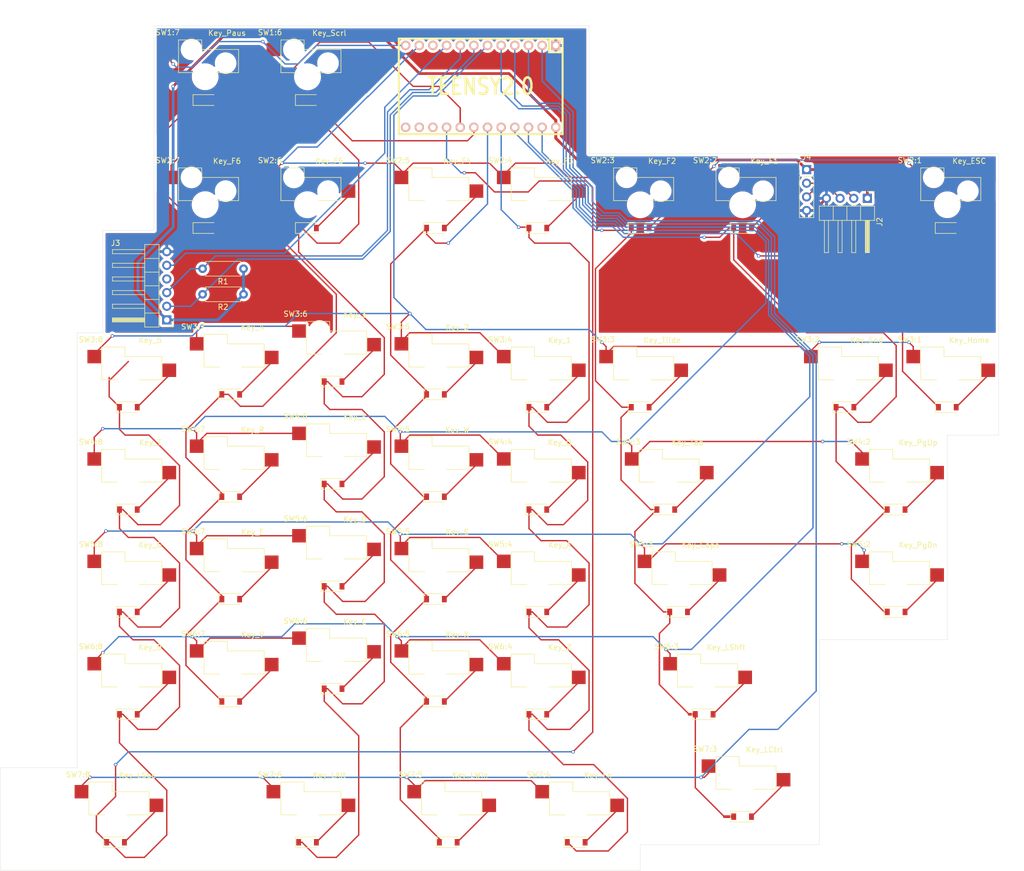
<source format=kicad_pcb>
(kicad_pcb (version 20171130) (host pcbnew 5.1.6-c6e7f7d~87~ubuntu18.04.1)
  (layers (0 F.Cu signal) (31 B.Cu signal) (34 B.Paste user) (35 F.Paste user) (36 B.SilkS user) (37 F.SilkS user) (38 B.Mask user) (39 F.Mask user) (44 Edge.Cuts user))
  (net 0 "")
  (net 1 +5V)
  (net 2 /USB_DN)
  (net 3 /USB_DP)
  (net 4 GND)
  (net 5 /SCL)
  (net 6 /SDA)
  (net 7 "Net-(J3-Pad4)")
  (net 8 /LED_D)
  (net 9 "Net-(SW1:6-Pad2)")
  (net 10 /COL6)
  (net 11 /ROW1)
  (net 12 "Net-(SW1:7-Pad2)")
  (net 13 /COL7)
  (net 14 "Net-(SW2:1-Pad2)")
  (net 15 /COL1)
  (net 16 /ROW2)
  (net 17 "Net-(SW2:2-Pad2)")
  (net 18 /COL2)
  (net 19 "Net-(SW2:3-Pad2)")
  (net 20 /COL3)
  (net 21 "Net-(SW2:4-Pad2)")
  (net 22 /COL4)
  (net 23 "Net-(SW2:5-Pad2)")
  (net 24 /COL5)
  (net 25 "Net-(SW2:6-Pad2)")
  (net 26 "Net-(SW2:7-Pad2)")
  (net 27 "Net-(SW3:1-Pad2)")
  (net 28 /ROW3)
  (net 29 "Net-(SW3:2-Pad2)")
  (net 30 "Net-(SW3:3-Pad2)")
  (net 31 "Net-(SW3:4-Pad2)")
  (net 32 "Net-(SW3:5-Pad2)")
  (net 33 "Net-(SW3:6-Pad2)")
  (net 34 "Net-(SW3:7-Pad2)")
  (net 35 "Net-(SW3:8-Pad2)")
  (net 36 /COL8)
  (net 37 "Net-(SW4:2-Pad2)")
  (net 38 /ROW4)
  (net 39 "Net-(SW4:3-Pad2)")
  (net 40 "Net-(SW4:4-Pad2)")
  (net 41 "Net-(SW4:5-Pad2)")
  (net 42 "Net-(SW4:6-Pad2)")
  (net 43 "Net-(SW4:7-Pad2)")
  (net 44 "Net-(SW4:8-Pad2)")
  (net 45 "Net-(SW5:2-Pad2)")
  (net 46 /ROW5)
  (net 47 "Net-(SW5:3-Pad2)")
  (net 48 "Net-(SW5:4-Pad2)")
  (net 49 "Net-(SW5:5-Pad2)")
  (net 50 "Net-(SW5:6-Pad2)")
  (net 51 "Net-(SW5:7-Pad2)")
  (net 52 "Net-(SW5:8-Pad2)")
  (net 53 "Net-(SW6:3-Pad2)")
  (net 54 /ROW6)
  (net 55 "Net-(SW6:4-Pad2)")
  (net 56 "Net-(SW6:5-Pad2)")
  (net 57 "Net-(SW6:6-Pad2)")
  (net 58 "Net-(SW6:7-Pad2)")
  (net 59 "Net-(SW6:8-Pad2)")
  (net 60 "Net-(SW7:3-Pad2)")
  (net 61 /ROW7)
  (net 62 "Net-(SW7:4-Pad2)")
  (net 63 "Net-(SW7:5-Pad2)")
  (net 64 "Net-(SW7:6-Pad2)")
  (net 65 "Net-(SW7:8-Pad2)")
  (net 66 "Net-(U2-Pad10)")
  (net 67 "Net-(U2-Pad18)")
  (net 68 "Net-(U2-Pad19)")
  (net 69 "Net-(U2-Pad20)")
  (module dparticular:TEENSY_2.0_EDGES_ONLY (layer F.Cu) (at 108.42625 35.123435 180)
    (fp_text reference U2 hide)
    (fp_text value TEENSY2.0 (at 0 0) (layer F.SilkS) (effects (font (size 3.048 2.54) (thickness 0.4572))))
    (pad 26 thru_hole circle (at -6.35 -7.62 180) (size 1.7526 1.7526) (drill 1.0922) (layers *.Cu *.SilkS *.Mask) (net 20 /COL3))
    (pad 25 thru_hole circle (at -3.81 -7.62 180) (size 1.7526 1.7526) (drill 1.0922) (layers *.Cu *.SilkS *.Mask) (net 22 /COL4))
    (pad 29 thru_hole circle (at -13.97 -7.62 180) (size 1.7526 1.7526) (drill 1.0922) (layers *.Cu *.SilkS *.Mask) (net 1 +5V))
    (pad 28 thru_hole circle (at -11.43 -7.62 180) (size 1.7526 1.7526) (drill 1.0922) (layers *.Cu *.SilkS *.Mask) (net 15 /COL1))
    (pad 27 thru_hole circle (at -8.89 -7.62 180) (size 1.7526 1.7526) (drill 1.0922) (layers *.Cu *.SilkS *.Mask) (net 18 /COL2))
    (pad 24 thru_hole circle (at -1.27 -7.62 180) (size 1.7526 1.7526) (drill 1.0922) (layers *.Cu *.SilkS *.Mask) (net 24 /COL5))
    (pad 23 thru_hole circle (at 1.27 -7.62 180) (size 1.7526 1.7526) (drill 1.0922) (layers *.Cu *.SilkS *.Mask) (net 10 /COL6))
    (pad 22 thru_hole circle (at 3.81 -7.62 180) (size 1.7526 1.7526) (drill 1.0922) (layers *.Cu *.SilkS *.Mask) (net 13 /COL7))
    (pad 21 thru_hole circle (at 6.35 -7.62 180) (size 1.7526 1.7526) (drill 1.0922) (layers *.Cu *.SilkS *.Mask) (net 36 /COL8))
    (pad 20 thru_hole circle (at 8.89 -7.62 180) (size 1.7526 1.7526) (drill 1.0922) (layers *.Cu *.SilkS *.Mask) (net 69 "Net-(U2-Pad20)"))
    (pad 19 thru_hole circle (at 11.43 -7.62 180) (size 1.7526 1.7526) (drill 1.0922) (layers *.Cu *.SilkS *.Mask) (net 68 "Net-(U2-Pad19)"))
    (pad 18 thru_hole circle (at 13.97 -7.62 180) (size 1.7526 1.7526) (drill 1.08966) (layers *.Cu *.SilkS *.Mask) (net 67 "Net-(U2-Pad18)"))
    (pad 12 thru_hole circle (at 13.97 7.62 180) (size 1.7526 1.7526) (drill 1.0922) (layers *.Cu *.SilkS *.Mask) (net 11 /ROW1))
    (pad 11 thru_hole circle (at 11.43 7.62 180) (size 1.7526 1.7526) (drill 1.0922) (layers *.Cu *.SilkS *.Mask) (net 16 /ROW2))
    (pad 10 thru_hole circle (at 8.89 7.62 180) (size 1.7526 1.7526) (drill 1.0922) (layers *.Cu *.SilkS *.Mask) (net 66 "Net-(U2-Pad10)"))
    (pad 9 thru_hole circle (at 6.35 7.62 180) (size 1.7526 1.7526) (drill 1.0922) (layers *.Cu *.SilkS *.Mask) (net 8 /LED_D))
    (pad 8 thru_hole circle (at 3.81 7.62 180) (size 1.7526 1.7526) (drill 1.0922) (layers *.Cu *.SilkS *.Mask) (net 6 /SDA))
    (pad 7 thru_hole circle (at 1.27 7.62 180) (size 1.7526 1.7526) (drill 1.0922) (layers *.Cu *.SilkS *.Mask) (net 5 /SCL))
    (pad 6 thru_hole circle (at -1.27 7.62 180) (size 1.7526 1.7526) (drill 1.0922) (layers *.Cu *.SilkS *.Mask) (net 28 /ROW3))
    (pad 5 thru_hole circle (at -3.81 7.62 180) (size 1.7526 1.7526) (drill 1.0922) (layers *.Cu *.SilkS *.Mask) (net 38 /ROW4))
    (pad 4 thru_hole circle (at -6.35 7.62 180) (size 1.7526 1.7526) (drill 1.0922) (layers *.Cu *.SilkS *.Mask) (net 46 /ROW5))
    (pad 3 thru_hole circle (at -8.89 7.62 180) (size 1.7526 1.7526) (drill 1.0922) (layers *.Cu *.SilkS *.Mask) (net 54 /ROW6))
    (pad 2 thru_hole circle (at -11.43 7.62 180) (size 1.7526 1.7526) (drill 1.0922) (layers *.Cu *.SilkS *.Mask) (net 61 /ROW7))
    (pad 1 thru_hole rect (at -13.97 7.62 180) (size 1.7526 1.7526) (drill 1.0922) (layers *.Cu *.SilkS *.Mask) (net 4 GND))
  )
  (module dparticular:MX_W_DIODE (layer F.Cu) (at 157.1625 57.15)
    (fp_text reference SW2:2 (at -6.985 -8.255) (layer F.SilkS))
    (fp_text value Key_F1 (at 4.064 -8.128) (layer F.SilkS))
    (pad 2 smd rect (at 7.62 -2.54) (size 2.55 2.5) (layers F.Cu F.Paste F.Mask) (net 17 "Net-(SW2:2-Pad2)"))
    (pad 1 smd rect (at -6.35 -5.08) (size 2.55 2.5) (layers F.Cu F.Paste F.Mask) (net 16 /ROW2))
    (pad "" np_thru_hole circle (at 3.81 -2.54) (size 2.999999 2.999999) (drill 2.999999) (layers *.Cu *.Mask))
    (pad "" np_thru_hole circle (at -2.54 -5.08) (size 2.999999 2.999999) (drill 2.999999) (layers *.Cu *.Mask))
    (pad "" np_thru_hole circle (at 0 0) (size 3.9878 3.9878) (drill 3.9878) (layers *.Cu *.Mask))
    (pad 4 smd rect (at -1.65064 4.33086) (size 0.9 1.2) (layers F.Cu F.Paste F.Mask) (net 18 /COL2))
    (pad 3 smd rect (at 1.64936 4.33086) (size 0.9 1.2) (layers F.Cu F.Paste F.Mask) (net 17 "Net-(SW2:2-Pad2)"))
  )
  (module dparticular:MX_W_DIODE (layer F.Cu) (at 102.39375 171.45)
    (fp_text reference SW7:5 (at -6.985 -8.255) (layer F.SilkS))
    (fp_text value Key_LWin (at 4.064 -8.128) (layer F.SilkS))
    (pad 2 smd rect (at 7.62 -2.54) (size 2.55 2.5) (layers F.Cu F.Paste F.Mask) (net 63 "Net-(SW7:5-Pad2)"))
    (pad 1 smd rect (at -6.35 -5.08) (size 2.55 2.5) (layers F.Cu F.Paste F.Mask) (net 61 /ROW7))
    (pad "" np_thru_hole circle (at 3.81 -2.54) (size 2.999999 2.999999) (drill 2.999999) (layers *.Cu *.Mask))
    (pad "" np_thru_hole circle (at -2.54 -5.08) (size 2.999999 2.999999) (drill 2.999999) (layers *.Cu *.Mask))
    (pad "" np_thru_hole circle (at 0 0) (size 3.9878 3.9878) (drill 3.9878) (layers *.Cu *.Mask))
    (pad 4 smd rect (at -1.65064 4.33086) (size 0.9 1.2) (layers F.Cu F.Paste F.Mask) (net 24 /COL5))
    (pad 3 smd rect (at 1.64936 4.33086) (size 0.9 1.2) (layers F.Cu F.Paste F.Mask) (net 63 "Net-(SW7:5-Pad2)"))
  )
  (module dparticular:MX_W_DIODE (layer F.Cu) (at 176.2125 90.4875)
    (fp_text reference SW3:2 (at -6.985 -8.255) (layer F.SilkS))
    (fp_text value Key_End (at 4.064 -8.128) (layer F.SilkS))
    (pad 2 smd rect (at 7.62 -2.54) (size 2.55 2.5) (layers F.Cu F.Paste F.Mask) (net 29 "Net-(SW3:2-Pad2)"))
    (pad 1 smd rect (at -6.35 -5.08) (size 2.55 2.5) (layers F.Cu F.Paste F.Mask) (net 28 /ROW3))
    (pad "" np_thru_hole circle (at 3.81 -2.54) (size 2.999999 2.999999) (drill 2.999999) (layers *.Cu *.Mask))
    (pad "" np_thru_hole circle (at -2.54 -5.08) (size 2.999999 2.999999) (drill 2.999999) (layers *.Cu *.Mask))
    (pad "" np_thru_hole circle (at 0 0) (size 3.9878 3.9878) (drill 3.9878) (layers *.Cu *.Mask))
    (pad 4 smd rect (at -1.65064 4.33086) (size 0.9 1.2) (layers F.Cu F.Paste F.Mask) (net 18 /COL2))
    (pad 3 smd rect (at 1.64936 4.33086) (size 0.9 1.2) (layers F.Cu F.Paste F.Mask) (net 29 "Net-(SW3:2-Pad2)"))
  )
  (module dparticular:MX_W_DIODE (layer F.Cu) (at 76.2 33.3375)
    (fp_text reference SW1:6 (at -6.985 -8.255) (layer F.SilkS))
    (fp_text value Key_Scrl (at 4.064 -8.128) (layer F.SilkS))
    (pad 2 smd rect (at 7.62 -2.54) (size 2.55 2.5) (layers F.Cu F.Paste F.Mask) (net 9 "Net-(SW1:6-Pad2)"))
    (pad 1 smd rect (at -6.35 -5.08) (size 2.55 2.5) (layers F.Cu F.Paste F.Mask) (net 11 /ROW1))
    (pad "" np_thru_hole circle (at 3.81 -2.54) (size 2.999999 2.999999) (drill 2.999999) (layers *.Cu *.Mask))
    (pad "" np_thru_hole circle (at -2.54 -5.08) (size 2.999999 2.999999) (drill 2.999999) (layers *.Cu *.Mask))
    (pad "" np_thru_hole circle (at 0 0) (size 3.9878 3.9878) (drill 3.9878) (layers *.Cu *.Mask))
    (pad 4 smd rect (at -1.65064 4.33086) (size 0.9 1.2) (layers F.Cu F.Paste F.Mask) (net 10 /COL6))
    (pad 3 smd rect (at 1.64936 4.33086) (size 0.9 1.2) (layers F.Cu F.Paste F.Mask) (net 9 "Net-(SW1:6-Pad2)"))
  )
  (module dparticular:MX_W_DIODE (layer F.Cu) (at 57.15 33.3375)
    (fp_text reference SW1:7 (at -6.985 -8.255) (layer F.SilkS))
    (fp_text value Key_Paus (at 4.064 -8.128) (layer F.SilkS))
    (pad 2 smd rect (at 7.62 -2.54) (size 2.55 2.5) (layers F.Cu F.Paste F.Mask) (net 12 "Net-(SW1:7-Pad2)"))
    (pad 1 smd rect (at -6.35 -5.08) (size 2.55 2.5) (layers F.Cu F.Paste F.Mask) (net 11 /ROW1))
    (pad "" np_thru_hole circle (at 3.81 -2.54) (size 2.999999 2.999999) (drill 2.999999) (layers *.Cu *.Mask))
    (pad "" np_thru_hole circle (at -2.54 -5.08) (size 2.999999 2.999999) (drill 2.999999) (layers *.Cu *.Mask))
    (pad "" np_thru_hole circle (at 0 0) (size 3.9878 3.9878) (drill 3.9878) (layers *.Cu *.Mask))
    (pad 4 smd rect (at -1.65064 4.33086) (size 0.9 1.2) (layers F.Cu F.Paste F.Mask) (net 13 /COL7))
    (pad 3 smd rect (at 1.64936 4.33086) (size 0.9 1.2) (layers F.Cu F.Paste F.Mask) (net 12 "Net-(SW1:7-Pad2)"))
  )
  (module dparticular:MX_W_DIODE (layer F.Cu) (at 195.2625 57.15)
    (fp_text reference SW2:1 (at -6.985 -8.255) (layer F.SilkS))
    (fp_text value Key_ESC (at 4.064 -8.128) (layer F.SilkS))
    (pad 2 smd rect (at 7.62 -2.54) (size 2.55 2.5) (layers F.Cu F.Paste F.Mask) (net 14 "Net-(SW2:1-Pad2)"))
    (pad 1 smd rect (at -6.35 -5.08) (size 2.55 2.5) (layers F.Cu F.Paste F.Mask) (net 16 /ROW2))
    (pad "" np_thru_hole circle (at 3.81 -2.54) (size 2.999999 2.999999) (drill 2.999999) (layers *.Cu *.Mask))
    (pad "" np_thru_hole circle (at -2.54 -5.08) (size 2.999999 2.999999) (drill 2.999999) (layers *.Cu *.Mask))
    (pad "" np_thru_hole circle (at 0 0) (size 3.9878 3.9878) (drill 3.9878) (layers *.Cu *.Mask))
    (pad 4 smd rect (at -1.65064 4.33086) (size 0.9 1.2) (layers F.Cu F.Paste F.Mask) (net 15 /COL1))
    (pad 3 smd rect (at 1.64936 4.33086) (size 0.9 1.2) (layers F.Cu F.Paste F.Mask) (net 14 "Net-(SW2:1-Pad2)"))
  )
  (module dparticular:MX_W_DIODE (layer F.Cu) (at 138.1125 57.15)
    (fp_text reference SW2:3 (at -6.985 -8.255) (layer F.SilkS))
    (fp_text value Key_F2 (at 4.064 -8.128) (layer F.SilkS))
    (pad 2 smd rect (at 7.62 -2.54) (size 2.55 2.5) (layers F.Cu F.Paste F.Mask) (net 19 "Net-(SW2:3-Pad2)"))
    (pad 1 smd rect (at -6.35 -5.08) (size 2.55 2.5) (layers F.Cu F.Paste F.Mask) (net 16 /ROW2))
    (pad "" np_thru_hole circle (at 3.81 -2.54) (size 2.999999 2.999999) (drill 2.999999) (layers *.Cu *.Mask))
    (pad "" np_thru_hole circle (at -2.54 -5.08) (size 2.999999 2.999999) (drill 2.999999) (layers *.Cu *.Mask))
    (pad "" np_thru_hole circle (at 0 0) (size 3.9878 3.9878) (drill 3.9878) (layers *.Cu *.Mask))
    (pad 4 smd rect (at -1.65064 4.33086) (size 0.9 1.2) (layers F.Cu F.Paste F.Mask) (net 20 /COL3))
    (pad 3 smd rect (at 1.64936 4.33086) (size 0.9 1.2) (layers F.Cu F.Paste F.Mask) (net 19 "Net-(SW2:3-Pad2)"))
  )
  (module dparticular:MX_W_DIODE (layer F.Cu) (at 119.0625 57.15)
    (fp_text reference SW2:4 (at -6.985 -8.255) (layer F.SilkS))
    (fp_text value Key_F3 (at 4.064 -8.128) (layer F.SilkS))
    (pad 2 smd rect (at 7.62 -2.54) (size 2.55 2.5) (layers F.Cu F.Paste F.Mask) (net 21 "Net-(SW2:4-Pad2)"))
    (pad 1 smd rect (at -6.35 -5.08) (size 2.55 2.5) (layers F.Cu F.Paste F.Mask) (net 16 /ROW2))
    (pad "" np_thru_hole circle (at 3.81 -2.54) (size 2.999999 2.999999) (drill 2.999999) (layers *.Cu *.Mask))
    (pad "" np_thru_hole circle (at -2.54 -5.08) (size 2.999999 2.999999) (drill 2.999999) (layers *.Cu *.Mask))
    (pad "" np_thru_hole circle (at 0 0) (size 3.9878 3.9878) (drill 3.9878) (layers *.Cu *.Mask))
    (pad 4 smd rect (at -1.65064 4.33086) (size 0.9 1.2) (layers F.Cu F.Paste F.Mask) (net 22 /COL4))
    (pad 3 smd rect (at 1.64936 4.33086) (size 0.9 1.2) (layers F.Cu F.Paste F.Mask) (net 21 "Net-(SW2:4-Pad2)"))
  )
  (module dparticular:MX_W_DIODE (layer F.Cu) (at 100.0125 57.15)
    (fp_text reference SW2:5 (at -6.985 -8.255) (layer F.SilkS))
    (fp_text value Key_F4 (at 4.064 -8.128) (layer F.SilkS))
    (pad 2 smd rect (at 7.62 -2.54) (size 2.55 2.5) (layers F.Cu F.Paste F.Mask) (net 23 "Net-(SW2:5-Pad2)"))
    (pad 1 smd rect (at -6.35 -5.08) (size 2.55 2.5) (layers F.Cu F.Paste F.Mask) (net 16 /ROW2))
    (pad "" np_thru_hole circle (at 3.81 -2.54) (size 2.999999 2.999999) (drill 2.999999) (layers *.Cu *.Mask))
    (pad "" np_thru_hole circle (at -2.54 -5.08) (size 2.999999 2.999999) (drill 2.999999) (layers *.Cu *.Mask))
    (pad "" np_thru_hole circle (at 0 0) (size 3.9878 3.9878) (drill 3.9878) (layers *.Cu *.Mask))
    (pad 4 smd rect (at -1.65064 4.33086) (size 0.9 1.2) (layers F.Cu F.Paste F.Mask) (net 24 /COL5))
    (pad 3 smd rect (at 1.64936 4.33086) (size 0.9 1.2) (layers F.Cu F.Paste F.Mask) (net 23 "Net-(SW2:5-Pad2)"))
  )
  (module dparticular:MX_W_DIODE (layer F.Cu) (at 76.2 57.15)
    (fp_text reference SW2:6 (at -6.985 -8.255) (layer F.SilkS))
    (fp_text value Key_F5 (at 4.064 -8.128) (layer F.SilkS))
    (pad 2 smd rect (at 7.62 -2.54) (size 2.55 2.5) (layers F.Cu F.Paste F.Mask) (net 25 "Net-(SW2:6-Pad2)"))
    (pad 1 smd rect (at -6.35 -5.08) (size 2.55 2.5) (layers F.Cu F.Paste F.Mask) (net 16 /ROW2))
    (pad "" np_thru_hole circle (at 3.81 -2.54) (size 2.999999 2.999999) (drill 2.999999) (layers *.Cu *.Mask))
    (pad "" np_thru_hole circle (at -2.54 -5.08) (size 2.999999 2.999999) (drill 2.999999) (layers *.Cu *.Mask))
    (pad "" np_thru_hole circle (at 0 0) (size 3.9878 3.9878) (drill 3.9878) (layers *.Cu *.Mask))
    (pad 4 smd rect (at -1.65064 4.33086) (size 0.9 1.2) (layers F.Cu F.Paste F.Mask) (net 10 /COL6))
    (pad 3 smd rect (at 1.64936 4.33086) (size 0.9 1.2) (layers F.Cu F.Paste F.Mask) (net 25 "Net-(SW2:6-Pad2)"))
  )
  (module dparticular:MX_W_DIODE (layer F.Cu) (at 57.15 57.15)
    (fp_text reference SW2:7 (at -6.985 -8.255) (layer F.SilkS))
    (fp_text value Key_F6 (at 4.064 -8.128) (layer F.SilkS))
    (pad 2 smd rect (at 7.62 -2.54) (size 2.55 2.5) (layers F.Cu F.Paste F.Mask) (net 26 "Net-(SW2:7-Pad2)"))
    (pad 1 smd rect (at -6.35 -5.08) (size 2.55 2.5) (layers F.Cu F.Paste F.Mask) (net 16 /ROW2))
    (pad "" np_thru_hole circle (at 3.81 -2.54) (size 2.999999 2.999999) (drill 2.999999) (layers *.Cu *.Mask))
    (pad "" np_thru_hole circle (at -2.54 -5.08) (size 2.999999 2.999999) (drill 2.999999) (layers *.Cu *.Mask))
    (pad "" np_thru_hole circle (at 0 0) (size 3.9878 3.9878) (drill 3.9878) (layers *.Cu *.Mask))
    (pad 4 smd rect (at -1.65064 4.33086) (size 0.9 1.2) (layers F.Cu F.Paste F.Mask) (net 13 /COL7))
    (pad 3 smd rect (at 1.64936 4.33086) (size 0.9 1.2) (layers F.Cu F.Paste F.Mask) (net 26 "Net-(SW2:7-Pad2)"))
  )
  (module dparticular:MX_W_DIODE (layer F.Cu) (at 195.2625 90.4875)
    (fp_text reference SW3:1 (at -6.985 -8.255) (layer F.SilkS))
    (fp_text value Key_Home (at 4.064 -8.128) (layer F.SilkS))
    (pad 2 smd rect (at 7.62 -2.54) (size 2.55 2.5) (layers F.Cu F.Paste F.Mask) (net 27 "Net-(SW3:1-Pad2)"))
    (pad 1 smd rect (at -6.35 -5.08) (size 2.55 2.5) (layers F.Cu F.Paste F.Mask) (net 28 /ROW3))
    (pad "" np_thru_hole circle (at 3.81 -2.54) (size 2.999999 2.999999) (drill 2.999999) (layers *.Cu *.Mask))
    (pad "" np_thru_hole circle (at -2.54 -5.08) (size 2.999999 2.999999) (drill 2.999999) (layers *.Cu *.Mask))
    (pad "" np_thru_hole circle (at 0 0) (size 3.9878 3.9878) (drill 3.9878) (layers *.Cu *.Mask))
    (pad 4 smd rect (at -1.65064 4.33086) (size 0.9 1.2) (layers F.Cu F.Paste F.Mask) (net 15 /COL1))
    (pad 3 smd rect (at 1.64936 4.33086) (size 0.9 1.2) (layers F.Cu F.Paste F.Mask) (net 27 "Net-(SW3:1-Pad2)"))
  )
  (module dparticular:MX_W_DIODE (layer F.Cu) (at 138.1125 90.4875)
    (fp_text reference SW3:3 (at -6.985 -8.255) (layer F.SilkS))
    (fp_text value Key_Tilde (at 4.064 -8.128) (layer F.SilkS))
    (pad 2 smd rect (at 7.62 -2.54) (size 2.55 2.5) (layers F.Cu F.Paste F.Mask) (net 30 "Net-(SW3:3-Pad2)"))
    (pad 1 smd rect (at -6.35 -5.08) (size 2.55 2.5) (layers F.Cu F.Paste F.Mask) (net 28 /ROW3))
    (pad "" np_thru_hole circle (at 3.81 -2.54) (size 2.999999 2.999999) (drill 2.999999) (layers *.Cu *.Mask))
    (pad "" np_thru_hole circle (at -2.54 -5.08) (size 2.999999 2.999999) (drill 2.999999) (layers *.Cu *.Mask))
    (pad "" np_thru_hole circle (at 0 0) (size 3.9878 3.9878) (drill 3.9878) (layers *.Cu *.Mask))
    (pad 4 smd rect (at -1.65064 4.33086) (size 0.9 1.2) (layers F.Cu F.Paste F.Mask) (net 20 /COL3))
    (pad 3 smd rect (at 1.64936 4.33086) (size 0.9 1.2) (layers F.Cu F.Paste F.Mask) (net 30 "Net-(SW3:3-Pad2)"))
  )
  (module dparticular:MX_W_DIODE (layer F.Cu) (at 119.0625 90.4875)
    (fp_text reference SW3:4 (at -6.985 -8.255) (layer F.SilkS))
    (fp_text value Key_1 (at 4.064 -8.128) (layer F.SilkS))
    (pad 2 smd rect (at 7.62 -2.54) (size 2.55 2.5) (layers F.Cu F.Paste F.Mask) (net 31 "Net-(SW3:4-Pad2)"))
    (pad 1 smd rect (at -6.35 -5.08) (size 2.55 2.5) (layers F.Cu F.Paste F.Mask) (net 28 /ROW3))
    (pad "" np_thru_hole circle (at 3.81 -2.54) (size 2.999999 2.999999) (drill 2.999999) (layers *.Cu *.Mask))
    (pad "" np_thru_hole circle (at -2.54 -5.08) (size 2.999999 2.999999) (drill 2.999999) (layers *.Cu *.Mask))
    (pad "" np_thru_hole circle (at 0 0) (size 3.9878 3.9878) (drill 3.9878) (layers *.Cu *.Mask))
    (pad 4 smd rect (at -1.65064 4.33086) (size 0.9 1.2) (layers F.Cu F.Paste F.Mask) (net 22 /COL4))
    (pad 3 smd rect (at 1.64936 4.33086) (size 0.9 1.2) (layers F.Cu F.Paste F.Mask) (net 31 "Net-(SW3:4-Pad2)"))
  )
  (module dparticular:MX_W_DIODE (layer F.Cu) (at 100.0125 88.10625)
    (fp_text reference SW3:5 (at -6.985 -8.255) (layer F.SilkS))
    (fp_text value Key_2 (at 4.064 -8.128) (layer F.SilkS))
    (pad 2 smd rect (at 7.62 -2.54) (size 2.55 2.5) (layers F.Cu F.Paste F.Mask) (net 32 "Net-(SW3:5-Pad2)"))
    (pad 1 smd rect (at -6.35 -5.08) (size 2.55 2.5) (layers F.Cu F.Paste F.Mask) (net 28 /ROW3))
    (pad "" np_thru_hole circle (at 3.81 -2.54) (size 2.999999 2.999999) (drill 2.999999) (layers *.Cu *.Mask))
    (pad "" np_thru_hole circle (at -2.54 -5.08) (size 2.999999 2.999999) (drill 2.999999) (layers *.Cu *.Mask))
    (pad "" np_thru_hole circle (at 0 0) (size 3.9878 3.9878) (drill 3.9878) (layers *.Cu *.Mask))
    (pad 4 smd rect (at -1.65064 4.33086) (size 0.9 1.2) (layers F.Cu F.Paste F.Mask) (net 24 /COL5))
    (pad 3 smd rect (at 1.64936 4.33086) (size 0.9 1.2) (layers F.Cu F.Paste F.Mask) (net 32 "Net-(SW3:5-Pad2)"))
  )
  (module dparticular:MX_W_DIODE (layer F.Cu) (at 80.9625 85.725)
    (fp_text reference SW3:6 (at -6.985 -8.255) (layer F.SilkS))
    (fp_text value Key_3 (at 4.064 -8.128) (layer F.SilkS))
    (pad 2 smd rect (at 7.62 -2.54) (size 2.55 2.5) (layers F.Cu F.Paste F.Mask) (net 33 "Net-(SW3:6-Pad2)"))
    (pad 1 smd rect (at -6.35 -5.08) (size 2.55 2.5) (layers F.Cu F.Paste F.Mask) (net 28 /ROW3))
    (pad "" np_thru_hole circle (at 3.81 -2.54) (size 2.999999 2.999999) (drill 2.999999) (layers *.Cu *.Mask))
    (pad "" np_thru_hole circle (at -2.54 -5.08) (size 2.999999 2.999999) (drill 2.999999) (layers *.Cu *.Mask))
    (pad "" np_thru_hole circle (at 0 0) (size 3.9878 3.9878) (drill 3.9878) (layers *.Cu *.Mask))
    (pad 4 smd rect (at -1.65064 4.33086) (size 0.9 1.2) (layers F.Cu F.Paste F.Mask) (net 10 /COL6))
    (pad 3 smd rect (at 1.64936 4.33086) (size 0.9 1.2) (layers F.Cu F.Paste F.Mask) (net 33 "Net-(SW3:6-Pad2)"))
  )
  (module dparticular:MX_W_DIODE (layer F.Cu) (at 61.9125 88.10625)
    (fp_text reference SW3:7 (at -6.985 -8.255) (layer F.SilkS))
    (fp_text value Key_4 (at 4.064 -8.128) (layer F.SilkS))
    (pad 2 smd rect (at 7.62 -2.54) (size 2.55 2.5) (layers F.Cu F.Paste F.Mask) (net 34 "Net-(SW3:7-Pad2)"))
    (pad 1 smd rect (at -6.35 -5.08) (size 2.55 2.5) (layers F.Cu F.Paste F.Mask) (net 28 /ROW3))
    (pad "" np_thru_hole circle (at 3.81 -2.54) (size 2.999999 2.999999) (drill 2.999999) (layers *.Cu *.Mask))
    (pad "" np_thru_hole circle (at -2.54 -5.08) (size 2.999999 2.999999) (drill 2.999999) (layers *.Cu *.Mask))
    (pad "" np_thru_hole circle (at 0 0) (size 3.9878 3.9878) (drill 3.9878) (layers *.Cu *.Mask))
    (pad 4 smd rect (at -1.65064 4.33086) (size 0.9 1.2) (layers F.Cu F.Paste F.Mask) (net 13 /COL7))
    (pad 3 smd rect (at 1.64936 4.33086) (size 0.9 1.2) (layers F.Cu F.Paste F.Mask) (net 34 "Net-(SW3:7-Pad2)"))
  )
  (module dparticular:MX_W_DIODE (layer F.Cu) (at 42.8625 90.4875)
    (fp_text reference SW3:8 (at -6.985 -8.255) (layer F.SilkS))
    (fp_text value Key_5 (at 4.064 -8.128) (layer F.SilkS))
    (pad 2 smd rect (at 7.62 -2.54) (size 2.55 2.5) (layers F.Cu F.Paste F.Mask) (net 35 "Net-(SW3:8-Pad2)"))
    (pad 1 smd rect (at -6.35 -5.08) (size 2.55 2.5) (layers F.Cu F.Paste F.Mask) (net 28 /ROW3))
    (pad "" np_thru_hole circle (at 3.81 -2.54) (size 2.999999 2.999999) (drill 2.999999) (layers *.Cu *.Mask))
    (pad "" np_thru_hole circle (at -2.54 -5.08) (size 2.999999 2.999999) (drill 2.999999) (layers *.Cu *.Mask))
    (pad "" np_thru_hole circle (at 0 0) (size 3.9878 3.9878) (drill 3.9878) (layers *.Cu *.Mask))
    (pad 4 smd rect (at -1.65064 4.33086) (size 0.9 1.2) (layers F.Cu F.Paste F.Mask) (net 36 /COL8))
    (pad 3 smd rect (at 1.64936 4.33086) (size 0.9 1.2) (layers F.Cu F.Paste F.Mask) (net 35 "Net-(SW3:8-Pad2)"))
  )
  (module dparticular:MX_W_DIODE (layer F.Cu) (at 185.7375 109.5375)
    (fp_text reference SW4:2 (at -6.985 -8.255) (layer F.SilkS))
    (fp_text value Key_PgUp (at 4.064 -8.128) (layer F.SilkS))
    (pad 2 smd rect (at 7.62 -2.54) (size 2.55 2.5) (layers F.Cu F.Paste F.Mask) (net 37 "Net-(SW4:2-Pad2)"))
    (pad 1 smd rect (at -6.35 -5.08) (size 2.55 2.5) (layers F.Cu F.Paste F.Mask) (net 38 /ROW4))
    (pad "" np_thru_hole circle (at 3.81 -2.54) (size 2.999999 2.999999) (drill 2.999999) (layers *.Cu *.Mask))
    (pad "" np_thru_hole circle (at -2.54 -5.08) (size 2.999999 2.999999) (drill 2.999999) (layers *.Cu *.Mask))
    (pad "" np_thru_hole circle (at 0 0) (size 3.9878 3.9878) (drill 3.9878) (layers *.Cu *.Mask))
    (pad 4 smd rect (at -1.65064 4.33086) (size 0.9 1.2) (layers F.Cu F.Paste F.Mask) (net 18 /COL2))
    (pad 3 smd rect (at 1.64936 4.33086) (size 0.9 1.2) (layers F.Cu F.Paste F.Mask) (net 37 "Net-(SW4:2-Pad2)"))
  )
  (module dparticular:MX_W_DIODE (layer F.Cu) (at 142.875 109.5375)
    (fp_text reference SW4:3 (at -6.985 -8.255) (layer F.SilkS))
    (fp_text value Key_Tab (at 4.064 -8.128) (layer F.SilkS))
    (pad 2 smd rect (at 7.62 -2.54) (size 2.55 2.5) (layers F.Cu F.Paste F.Mask) (net 39 "Net-(SW4:3-Pad2)"))
    (pad 1 smd rect (at -6.35 -5.08) (size 2.55 2.5) (layers F.Cu F.Paste F.Mask) (net 38 /ROW4))
    (pad "" np_thru_hole circle (at 3.81 -2.54) (size 2.999999 2.999999) (drill 2.999999) (layers *.Cu *.Mask))
    (pad "" np_thru_hole circle (at -2.54 -5.08) (size 2.999999 2.999999) (drill 2.999999) (layers *.Cu *.Mask))
    (pad "" np_thru_hole circle (at 0 0) (size 3.9878 3.9878) (drill 3.9878) (layers *.Cu *.Mask))
    (pad 4 smd rect (at -1.65064 4.33086) (size 0.9 1.2) (layers F.Cu F.Paste F.Mask) (net 20 /COL3))
    (pad 3 smd rect (at 1.64936 4.33086) (size 0.9 1.2) (layers F.Cu F.Paste F.Mask) (net 39 "Net-(SW4:3-Pad2)"))
  )
  (module dparticular:MX_W_DIODE (layer F.Cu) (at 119.0625 109.5375)
    (fp_text reference SW4:4 (at -6.985 -8.255) (layer F.SilkS))
    (fp_text value Key_Q (at 4.064 -8.128) (layer F.SilkS))
    (pad 2 smd rect (at 7.62 -2.54) (size 2.55 2.5) (layers F.Cu F.Paste F.Mask) (net 40 "Net-(SW4:4-Pad2)"))
    (pad 1 smd rect (at -6.35 -5.08) (size 2.55 2.5) (layers F.Cu F.Paste F.Mask) (net 38 /ROW4))
    (pad "" np_thru_hole circle (at 3.81 -2.54) (size 2.999999 2.999999) (drill 2.999999) (layers *.Cu *.Mask))
    (pad "" np_thru_hole circle (at -2.54 -5.08) (size 2.999999 2.999999) (drill 2.999999) (layers *.Cu *.Mask))
    (pad "" np_thru_hole circle (at 0 0) (size 3.9878 3.9878) (drill 3.9878) (layers *.Cu *.Mask))
    (pad 4 smd rect (at -1.65064 4.33086) (size 0.9 1.2) (layers F.Cu F.Paste F.Mask) (net 22 /COL4))
    (pad 3 smd rect (at 1.64936 4.33086) (size 0.9 1.2) (layers F.Cu F.Paste F.Mask) (net 40 "Net-(SW4:4-Pad2)"))
  )
  (module dparticular:MX_W_DIODE (layer F.Cu) (at 100.0125 107.15625)
    (fp_text reference SW4:5 (at -6.985 -8.255) (layer F.SilkS))
    (fp_text value Key_W (at 4.064 -8.128) (layer F.SilkS))
    (pad 2 smd rect (at 7.62 -2.54) (size 2.55 2.5) (layers F.Cu F.Paste F.Mask) (net 41 "Net-(SW4:5-Pad2)"))
    (pad 1 smd rect (at -6.35 -5.08) (size 2.55 2.5) (layers F.Cu F.Paste F.Mask) (net 38 /ROW4))
    (pad "" np_thru_hole circle (at 3.81 -2.54) (size 2.999999 2.999999) (drill 2.999999) (layers *.Cu *.Mask))
    (pad "" np_thru_hole circle (at -2.54 -5.08) (size 2.999999 2.999999) (drill 2.999999) (layers *.Cu *.Mask))
    (pad "" np_thru_hole circle (at 0 0) (size 3.9878 3.9878) (drill 3.9878) (layers *.Cu *.Mask))
    (pad 4 smd rect (at -1.65064 4.33086) (size 0.9 1.2) (layers F.Cu F.Paste F.Mask) (net 24 /COL5))
    (pad 3 smd rect (at 1.64936 4.33086) (size 0.9 1.2) (layers F.Cu F.Paste F.Mask) (net 41 "Net-(SW4:5-Pad2)"))
  )
  (module dparticular:MX_W_DIODE (layer F.Cu) (at 80.9625 104.775)
    (fp_text reference SW4:6 (at -6.985 -8.255) (layer F.SilkS))
    (fp_text value Key_E (at 4.064 -8.128) (layer F.SilkS))
    (pad 2 smd rect (at 7.62 -2.54) (size 2.55 2.5) (layers F.Cu F.Paste F.Mask) (net 42 "Net-(SW4:6-Pad2)"))
    (pad 1 smd rect (at -6.35 -5.08) (size 2.55 2.5) (layers F.Cu F.Paste F.Mask) (net 38 /ROW4))
    (pad "" np_thru_hole circle (at 3.81 -2.54) (size 2.999999 2.999999) (drill 2.999999) (layers *.Cu *.Mask))
    (pad "" np_thru_hole circle (at -2.54 -5.08) (size 2.999999 2.999999) (drill 2.999999) (layers *.Cu *.Mask))
    (pad "" np_thru_hole circle (at 0 0) (size 3.9878 3.9878) (drill 3.9878) (layers *.Cu *.Mask))
    (pad 4 smd rect (at -1.65064 4.33086) (size 0.9 1.2) (layers F.Cu F.Paste F.Mask) (net 10 /COL6))
    (pad 3 smd rect (at 1.64936 4.33086) (size 0.9 1.2) (layers F.Cu F.Paste F.Mask) (net 42 "Net-(SW4:6-Pad2)"))
  )
  (module dparticular:MX_W_DIODE (layer F.Cu) (at 61.9125 107.15625)
    (fp_text reference SW4:7 (at -6.985 -8.255) (layer F.SilkS))
    (fp_text value Key_R (at 4.064 -8.128) (layer F.SilkS))
    (pad 2 smd rect (at 7.62 -2.54) (size 2.55 2.5) (layers F.Cu F.Paste F.Mask) (net 43 "Net-(SW4:7-Pad2)"))
    (pad 1 smd rect (at -6.35 -5.08) (size 2.55 2.5) (layers F.Cu F.Paste F.Mask) (net 38 /ROW4))
    (pad "" np_thru_hole circle (at 3.81 -2.54) (size 2.999999 2.999999) (drill 2.999999) (layers *.Cu *.Mask))
    (pad "" np_thru_hole circle (at -2.54 -5.08) (size 2.999999 2.999999) (drill 2.999999) (layers *.Cu *.Mask))
    (pad "" np_thru_hole circle (at 0 0) (size 3.9878 3.9878) (drill 3.9878) (layers *.Cu *.Mask))
    (pad 4 smd rect (at -1.65064 4.33086) (size 0.9 1.2) (layers F.Cu F.Paste F.Mask) (net 13 /COL7))
    (pad 3 smd rect (at 1.64936 4.33086) (size 0.9 1.2) (layers F.Cu F.Paste F.Mask) (net 43 "Net-(SW4:7-Pad2)"))
  )
  (module dparticular:MX_W_DIODE (layer F.Cu) (at 42.8625 109.5375)
    (fp_text reference SW4:8 (at -6.985 -8.255) (layer F.SilkS))
    (fp_text value Key_T (at 4.064 -8.128) (layer F.SilkS))
    (pad 2 smd rect (at 7.62 -2.54) (size 2.55 2.5) (layers F.Cu F.Paste F.Mask) (net 44 "Net-(SW4:8-Pad2)"))
    (pad 1 smd rect (at -6.35 -5.08) (size 2.55 2.5) (layers F.Cu F.Paste F.Mask) (net 38 /ROW4))
    (pad "" np_thru_hole circle (at 3.81 -2.54) (size 2.999999 2.999999) (drill 2.999999) (layers *.Cu *.Mask))
    (pad "" np_thru_hole circle (at -2.54 -5.08) (size 2.999999 2.999999) (drill 2.999999) (layers *.Cu *.Mask))
    (pad "" np_thru_hole circle (at 0 0) (size 3.9878 3.9878) (drill 3.9878) (layers *.Cu *.Mask))
    (pad 4 smd rect (at -1.65064 4.33086) (size 0.9 1.2) (layers F.Cu F.Paste F.Mask) (net 36 /COL8))
    (pad 3 smd rect (at 1.64936 4.33086) (size 0.9 1.2) (layers F.Cu F.Paste F.Mask) (net 44 "Net-(SW4:8-Pad2)"))
  )
  (module dparticular:MX_W_DIODE (layer F.Cu) (at 185.7375 128.5875)
    (fp_text reference SW5:2 (at -6.985 -8.255) (layer F.SilkS))
    (fp_text value Key_PgDn (at 4.064 -8.128) (layer F.SilkS))
    (pad 2 smd rect (at 7.62 -2.54) (size 2.55 2.5) (layers F.Cu F.Paste F.Mask) (net 45 "Net-(SW5:2-Pad2)"))
    (pad 1 smd rect (at -6.35 -5.08) (size 2.55 2.5) (layers F.Cu F.Paste F.Mask) (net 46 /ROW5))
    (pad "" np_thru_hole circle (at 3.81 -2.54) (size 2.999999 2.999999) (drill 2.999999) (layers *.Cu *.Mask))
    (pad "" np_thru_hole circle (at -2.54 -5.08) (size 2.999999 2.999999) (drill 2.999999) (layers *.Cu *.Mask))
    (pad "" np_thru_hole circle (at 0 0) (size 3.9878 3.9878) (drill 3.9878) (layers *.Cu *.Mask))
    (pad 4 smd rect (at -1.65064 4.33086) (size 0.9 1.2) (layers F.Cu F.Paste F.Mask) (net 18 /COL2))
    (pad 3 smd rect (at 1.64936 4.33086) (size 0.9 1.2) (layers F.Cu F.Paste F.Mask) (net 45 "Net-(SW5:2-Pad2)"))
  )
  (module dparticular:MX_W_DIODE (layer F.Cu) (at 145.25625 128.5875)
    (fp_text reference SW5:3 (at -6.985 -8.255) (layer F.SilkS))
    (fp_text value Key_Caps (at 4.064 -8.128) (layer F.SilkS))
    (pad 2 smd rect (at 7.62 -2.54) (size 2.55 2.5) (layers F.Cu F.Paste F.Mask) (net 47 "Net-(SW5:3-Pad2)"))
    (pad 1 smd rect (at -6.35 -5.08) (size 2.55 2.5) (layers F.Cu F.Paste F.Mask) (net 46 /ROW5))
    (pad "" np_thru_hole circle (at 3.81 -2.54) (size 2.999999 2.999999) (drill 2.999999) (layers *.Cu *.Mask))
    (pad "" np_thru_hole circle (at -2.54 -5.08) (size 2.999999 2.999999) (drill 2.999999) (layers *.Cu *.Mask))
    (pad "" np_thru_hole circle (at 0 0) (size 3.9878 3.9878) (drill 3.9878) (layers *.Cu *.Mask))
    (pad 4 smd rect (at -1.65064 4.33086) (size 0.9 1.2) (layers F.Cu F.Paste F.Mask) (net 20 /COL3))
    (pad 3 smd rect (at 1.64936 4.33086) (size 0.9 1.2) (layers F.Cu F.Paste F.Mask) (net 47 "Net-(SW5:3-Pad2)"))
  )
  (module dparticular:MX_W_DIODE (layer F.Cu) (at 119.0625 128.5875)
    (fp_text reference SW5:4 (at -6.985 -8.255) (layer F.SilkS))
    (fp_text value Key_A (at 4.064 -8.128) (layer F.SilkS))
    (pad 2 smd rect (at 7.62 -2.54) (size 2.55 2.5) (layers F.Cu F.Paste F.Mask) (net 48 "Net-(SW5:4-Pad2)"))
    (pad 1 smd rect (at -6.35 -5.08) (size 2.55 2.5) (layers F.Cu F.Paste F.Mask) (net 46 /ROW5))
    (pad "" np_thru_hole circle (at 3.81 -2.54) (size 2.999999 2.999999) (drill 2.999999) (layers *.Cu *.Mask))
    (pad "" np_thru_hole circle (at -2.54 -5.08) (size 2.999999 2.999999) (drill 2.999999) (layers *.Cu *.Mask))
    (pad "" np_thru_hole circle (at 0 0) (size 3.9878 3.9878) (drill 3.9878) (layers *.Cu *.Mask))
    (pad 4 smd rect (at -1.65064 4.33086) (size 0.9 1.2) (layers F.Cu F.Paste F.Mask) (net 22 /COL4))
    (pad 3 smd rect (at 1.64936 4.33086) (size 0.9 1.2) (layers F.Cu F.Paste F.Mask) (net 48 "Net-(SW5:4-Pad2)"))
  )
  (module dparticular:MX_W_DIODE (layer F.Cu) (at 100.0125 126.20625)
    (fp_text reference SW5:5 (at -6.985 -8.255) (layer F.SilkS))
    (fp_text value Key_S (at 4.064 -8.128) (layer F.SilkS))
    (pad 2 smd rect (at 7.62 -2.54) (size 2.55 2.5) (layers F.Cu F.Paste F.Mask) (net 49 "Net-(SW5:5-Pad2)"))
    (pad 1 smd rect (at -6.35 -5.08) (size 2.55 2.5) (layers F.Cu F.Paste F.Mask) (net 46 /ROW5))
    (pad "" np_thru_hole circle (at 3.81 -2.54) (size 2.999999 2.999999) (drill 2.999999) (layers *.Cu *.Mask))
    (pad "" np_thru_hole circle (at -2.54 -5.08) (size 2.999999 2.999999) (drill 2.999999) (layers *.Cu *.Mask))
    (pad "" np_thru_hole circle (at 0 0) (size 3.9878 3.9878) (drill 3.9878) (layers *.Cu *.Mask))
    (pad 4 smd rect (at -1.65064 4.33086) (size 0.9 1.2) (layers F.Cu F.Paste F.Mask) (net 24 /COL5))
    (pad 3 smd rect (at 1.64936 4.33086) (size 0.9 1.2) (layers F.Cu F.Paste F.Mask) (net 49 "Net-(SW5:5-Pad2)"))
  )
  (module dparticular:MX_W_DIODE (layer F.Cu) (at 80.9625 123.825)
    (fp_text reference SW5:6 (at -6.985 -8.255) (layer F.SilkS))
    (fp_text value Key_D (at 4.064 -8.128) (layer F.SilkS))
    (pad 2 smd rect (at 7.62 -2.54) (size 2.55 2.5) (layers F.Cu F.Paste F.Mask) (net 50 "Net-(SW5:6-Pad2)"))
    (pad 1 smd rect (at -6.35 -5.08) (size 2.55 2.5) (layers F.Cu F.Paste F.Mask) (net 46 /ROW5))
    (pad "" np_thru_hole circle (at 3.81 -2.54) (size 2.999999 2.999999) (drill 2.999999) (layers *.Cu *.Mask))
    (pad "" np_thru_hole circle (at -2.54 -5.08) (size 2.999999 2.999999) (drill 2.999999) (layers *.Cu *.Mask))
    (pad "" np_thru_hole circle (at 0 0) (size 3.9878 3.9878) (drill 3.9878) (layers *.Cu *.Mask))
    (pad 4 smd rect (at -1.65064 4.33086) (size 0.9 1.2) (layers F.Cu F.Paste F.Mask) (net 10 /COL6))
    (pad 3 smd rect (at 1.64936 4.33086) (size 0.9 1.2) (layers F.Cu F.Paste F.Mask) (net 50 "Net-(SW5:6-Pad2)"))
  )
  (module dparticular:MX_W_DIODE (layer F.Cu) (at 61.9125 126.20625)
    (fp_text reference SW5:7 (at -6.985 -8.255) (layer F.SilkS))
    (fp_text value Key_F (at 4.064 -8.128) (layer F.SilkS))
    (pad 2 smd rect (at 7.62 -2.54) (size 2.55 2.5) (layers F.Cu F.Paste F.Mask) (net 51 "Net-(SW5:7-Pad2)"))
    (pad 1 smd rect (at -6.35 -5.08) (size 2.55 2.5) (layers F.Cu F.Paste F.Mask) (net 46 /ROW5))
    (pad "" np_thru_hole circle (at 3.81 -2.54) (size 2.999999 2.999999) (drill 2.999999) (layers *.Cu *.Mask))
    (pad "" np_thru_hole circle (at -2.54 -5.08) (size 2.999999 2.999999) (drill 2.999999) (layers *.Cu *.Mask))
    (pad "" np_thru_hole circle (at 0 0) (size 3.9878 3.9878) (drill 3.9878) (layers *.Cu *.Mask))
    (pad 4 smd rect (at -1.65064 4.33086) (size 0.9 1.2) (layers F.Cu F.Paste F.Mask) (net 13 /COL7))
    (pad 3 smd rect (at 1.64936 4.33086) (size 0.9 1.2) (layers F.Cu F.Paste F.Mask) (net 51 "Net-(SW5:7-Pad2)"))
  )
  (module dparticular:MX_W_DIODE (layer F.Cu) (at 42.8625 128.5875)
    (fp_text reference SW5:8 (at -6.985 -8.255) (layer F.SilkS))
    (fp_text value Key_G (at 4.064 -8.128) (layer F.SilkS))
    (pad 2 smd rect (at 7.62 -2.54) (size 2.55 2.5) (layers F.Cu F.Paste F.Mask) (net 52 "Net-(SW5:8-Pad2)"))
    (pad 1 smd rect (at -6.35 -5.08) (size 2.55 2.5) (layers F.Cu F.Paste F.Mask) (net 46 /ROW5))
    (pad "" np_thru_hole circle (at 3.81 -2.54) (size 2.999999 2.999999) (drill 2.999999) (layers *.Cu *.Mask))
    (pad "" np_thru_hole circle (at -2.54 -5.08) (size 2.999999 2.999999) (drill 2.999999) (layers *.Cu *.Mask))
    (pad "" np_thru_hole circle (at 0 0) (size 3.9878 3.9878) (drill 3.9878) (layers *.Cu *.Mask))
    (pad 4 smd rect (at -1.65064 4.33086) (size 0.9 1.2) (layers F.Cu F.Paste F.Mask) (net 36 /COL8))
    (pad 3 smd rect (at 1.64936 4.33086) (size 0.9 1.2) (layers F.Cu F.Paste F.Mask) (net 52 "Net-(SW5:8-Pad2)"))
  )
  (module dparticular:MX_W_DIODE (layer F.Cu) (at 150.01875 147.6375)
    (fp_text reference SW6:3 (at -6.985 -8.255) (layer F.SilkS))
    (fp_text value Key_LShft (at 4.064 -8.128) (layer F.SilkS))
    (pad 2 smd rect (at 7.62 -2.54) (size 2.55 2.5) (layers F.Cu F.Paste F.Mask) (net 53 "Net-(SW6:3-Pad2)"))
    (pad 1 smd rect (at -6.35 -5.08) (size 2.55 2.5) (layers F.Cu F.Paste F.Mask) (net 54 /ROW6))
    (pad "" np_thru_hole circle (at 3.81 -2.54) (size 2.999999 2.999999) (drill 2.999999) (layers *.Cu *.Mask))
    (pad "" np_thru_hole circle (at -2.54 -5.08) (size 2.999999 2.999999) (drill 2.999999) (layers *.Cu *.Mask))
    (pad "" np_thru_hole circle (at 0 0) (size 3.9878 3.9878) (drill 3.9878) (layers *.Cu *.Mask))
    (pad 4 smd rect (at -1.65064 4.33086) (size 0.9 1.2) (layers F.Cu F.Paste F.Mask) (net 20 /COL3))
    (pad 3 smd rect (at 1.64936 4.33086) (size 0.9 1.2) (layers F.Cu F.Paste F.Mask) (net 53 "Net-(SW6:3-Pad2)"))
  )
  (module dparticular:MX_W_DIODE (layer F.Cu) (at 119.0625 147.6375)
    (fp_text reference SW6:4 (at -6.985 -8.255) (layer F.SilkS))
    (fp_text value Key_Z (at 4.064 -8.128) (layer F.SilkS))
    (pad 2 smd rect (at 7.62 -2.54) (size 2.55 2.5) (layers F.Cu F.Paste F.Mask) (net 55 "Net-(SW6:4-Pad2)"))
    (pad 1 smd rect (at -6.35 -5.08) (size 2.55 2.5) (layers F.Cu F.Paste F.Mask) (net 54 /ROW6))
    (pad "" np_thru_hole circle (at 3.81 -2.54) (size 2.999999 2.999999) (drill 2.999999) (layers *.Cu *.Mask))
    (pad "" np_thru_hole circle (at -2.54 -5.08) (size 2.999999 2.999999) (drill 2.999999) (layers *.Cu *.Mask))
    (pad "" np_thru_hole circle (at 0 0) (size 3.9878 3.9878) (drill 3.9878) (layers *.Cu *.Mask))
    (pad 4 smd rect (at -1.65064 4.33086) (size 0.9 1.2) (layers F.Cu F.Paste F.Mask) (net 22 /COL4))
    (pad 3 smd rect (at 1.64936 4.33086) (size 0.9 1.2) (layers F.Cu F.Paste F.Mask) (net 55 "Net-(SW6:4-Pad2)"))
  )
  (module dparticular:MX_W_DIODE (layer F.Cu) (at 100.0125 145.25625)
    (fp_text reference SW6:5 (at -6.985 -8.255) (layer F.SilkS))
    (fp_text value Key_X (at 4.064 -8.128) (layer F.SilkS))
    (pad 2 smd rect (at 7.62 -2.54) (size 2.55 2.5) (layers F.Cu F.Paste F.Mask) (net 56 "Net-(SW6:5-Pad2)"))
    (pad 1 smd rect (at -6.35 -5.08) (size 2.55 2.5) (layers F.Cu F.Paste F.Mask) (net 54 /ROW6))
    (pad "" np_thru_hole circle (at 3.81 -2.54) (size 2.999999 2.999999) (drill 2.999999) (layers *.Cu *.Mask))
    (pad "" np_thru_hole circle (at -2.54 -5.08) (size 2.999999 2.999999) (drill 2.999999) (layers *.Cu *.Mask))
    (pad "" np_thru_hole circle (at 0 0) (size 3.9878 3.9878) (drill 3.9878) (layers *.Cu *.Mask))
    (pad 4 smd rect (at -1.65064 4.33086) (size 0.9 1.2) (layers F.Cu F.Paste F.Mask) (net 24 /COL5))
    (pad 3 smd rect (at 1.64936 4.33086) (size 0.9 1.2) (layers F.Cu F.Paste F.Mask) (net 56 "Net-(SW6:5-Pad2)"))
  )
  (module dparticular:MX_W_DIODE (layer F.Cu) (at 80.9625 142.875)
    (fp_text reference SW6:6 (at -6.985 -8.255) (layer F.SilkS))
    (fp_text value Key_C (at 4.064 -8.128) (layer F.SilkS))
    (pad 2 smd rect (at 7.62 -2.54) (size 2.55 2.5) (layers F.Cu F.Paste F.Mask) (net 57 "Net-(SW6:6-Pad2)"))
    (pad 1 smd rect (at -6.35 -5.08) (size 2.55 2.5) (layers F.Cu F.Paste F.Mask) (net 54 /ROW6))
    (pad "" np_thru_hole circle (at 3.81 -2.54) (size 2.999999 2.999999) (drill 2.999999) (layers *.Cu *.Mask))
    (pad "" np_thru_hole circle (at -2.54 -5.08) (size 2.999999 2.999999) (drill 2.999999) (layers *.Cu *.Mask))
    (pad "" np_thru_hole circle (at 0 0) (size 3.9878 3.9878) (drill 3.9878) (layers *.Cu *.Mask))
    (pad 4 smd rect (at -1.65064 4.33086) (size 0.9 1.2) (layers F.Cu F.Paste F.Mask) (net 10 /COL6))
    (pad 3 smd rect (at 1.64936 4.33086) (size 0.9 1.2) (layers F.Cu F.Paste F.Mask) (net 57 "Net-(SW6:6-Pad2)"))
  )
  (module dparticular:MX_W_DIODE (layer F.Cu) (at 61.9125 145.25625)
    (fp_text reference SW6:7 (at -6.985 -8.255) (layer F.SilkS))
    (fp_text value Key_V (at 4.064 -8.128) (layer F.SilkS))
    (pad 2 smd rect (at 7.62 -2.54) (size 2.55 2.5) (layers F.Cu F.Paste F.Mask) (net 58 "Net-(SW6:7-Pad2)"))
    (pad 1 smd rect (at -6.35 -5.08) (size 2.55 2.5) (layers F.Cu F.Paste F.Mask) (net 54 /ROW6))
    (pad "" np_thru_hole circle (at 3.81 -2.54) (size 2.999999 2.999999) (drill 2.999999) (layers *.Cu *.Mask))
    (pad "" np_thru_hole circle (at -2.54 -5.08) (size 2.999999 2.999999) (drill 2.999999) (layers *.Cu *.Mask))
    (pad "" np_thru_hole circle (at 0 0) (size 3.9878 3.9878) (drill 3.9878) (layers *.Cu *.Mask))
    (pad 4 smd rect (at -1.65064 4.33086) (size 0.9 1.2) (layers F.Cu F.Paste F.Mask) (net 13 /COL7))
    (pad 3 smd rect (at 1.64936 4.33086) (size 0.9 1.2) (layers F.Cu F.Paste F.Mask) (net 58 "Net-(SW6:7-Pad2)"))
  )
  (module dparticular:MX_W_DIODE (layer F.Cu) (at 42.8625 147.6375)
    (fp_text reference SW6:8 (at -6.985 -8.255) (layer F.SilkS))
    (fp_text value Key_B (at 4.064 -8.128) (layer F.SilkS))
    (pad 2 smd rect (at 7.62 -2.54) (size 2.55 2.5) (layers F.Cu F.Paste F.Mask) (net 59 "Net-(SW6:8-Pad2)"))
    (pad 1 smd rect (at -6.35 -5.08) (size 2.55 2.5) (layers F.Cu F.Paste F.Mask) (net 54 /ROW6))
    (pad "" np_thru_hole circle (at 3.81 -2.54) (size 2.999999 2.999999) (drill 2.999999) (layers *.Cu *.Mask))
    (pad "" np_thru_hole circle (at -2.54 -5.08) (size 2.999999 2.999999) (drill 2.999999) (layers *.Cu *.Mask))
    (pad "" np_thru_hole circle (at 0 0) (size 3.9878 3.9878) (drill 3.9878) (layers *.Cu *.Mask))
    (pad 4 smd rect (at -1.65064 4.33086) (size 0.9 1.2) (layers F.Cu F.Paste F.Mask) (net 36 /COL8))
    (pad 3 smd rect (at 1.64936 4.33086) (size 0.9 1.2) (layers F.Cu F.Paste F.Mask) (net 59 "Net-(SW6:8-Pad2)"))
  )
  (module dparticular:MX_W_DIODE (layer F.Cu) (at 157.1625 166.6875)
    (fp_text reference SW7:3 (at -6.985 -8.255) (layer F.SilkS))
    (fp_text value Key_LCtrl (at 4.064 -8.128) (layer F.SilkS))
    (pad 2 smd rect (at 7.62 -2.54) (size 2.55 2.5) (layers F.Cu F.Paste F.Mask) (net 60 "Net-(SW7:3-Pad2)"))
    (pad 1 smd rect (at -6.35 -5.08) (size 2.55 2.5) (layers F.Cu F.Paste F.Mask) (net 61 /ROW7))
    (pad "" np_thru_hole circle (at 3.81 -2.54) (size 2.999999 2.999999) (drill 2.999999) (layers *.Cu *.Mask))
    (pad "" np_thru_hole circle (at -2.54 -5.08) (size 2.999999 2.999999) (drill 2.999999) (layers *.Cu *.Mask))
    (pad "" np_thru_hole circle (at 0 0) (size 3.9878 3.9878) (drill 3.9878) (layers *.Cu *.Mask))
    (pad 4 smd rect (at -1.65064 4.33086) (size 0.9 1.2) (layers F.Cu F.Paste F.Mask) (net 20 /COL3))
    (pad 3 smd rect (at 1.64936 4.33086) (size 0.9 1.2) (layers F.Cu F.Paste F.Mask) (net 60 "Net-(SW7:3-Pad2)"))
  )
  (module dparticular:MX_W_DIODE (layer F.Cu) (at 126.20625 171.45)
    (fp_text reference SW7:4 (at -6.985 -8.255) (layer F.SilkS))
    (fp_text value Key_Fn (at 4.064 -8.128) (layer F.SilkS))
    (pad 2 smd rect (at 7.62 -2.54) (size 2.55 2.5) (layers F.Cu F.Paste F.Mask) (net 62 "Net-(SW7:4-Pad2)"))
    (pad 1 smd rect (at -6.35 -5.08) (size 2.55 2.5) (layers F.Cu F.Paste F.Mask) (net 61 /ROW7))
    (pad "" np_thru_hole circle (at 3.81 -2.54) (size 2.999999 2.999999) (drill 2.999999) (layers *.Cu *.Mask))
    (pad "" np_thru_hole circle (at -2.54 -5.08) (size 2.999999 2.999999) (drill 2.999999) (layers *.Cu *.Mask))
    (pad "" np_thru_hole circle (at 0 0) (size 3.9878 3.9878) (drill 3.9878) (layers *.Cu *.Mask))
    (pad 4 smd rect (at -1.65064 4.33086) (size 0.9 1.2) (layers F.Cu F.Paste F.Mask) (net 22 /COL4))
    (pad 3 smd rect (at 1.64936 4.33086) (size 0.9 1.2) (layers F.Cu F.Paste F.Mask) (net 62 "Net-(SW7:4-Pad2)"))
  )
  (module dparticular:MX_W_DIODE (layer F.Cu) (at 76.2 171.45)
    (fp_text reference SW7:6 (at -6.985 -8.255) (layer F.SilkS))
    (fp_text value Key_LAlt (at 4.064 -8.128) (layer F.SilkS))
    (pad 2 smd rect (at 7.62 -2.54) (size 2.55 2.5) (layers F.Cu F.Paste F.Mask) (net 64 "Net-(SW7:6-Pad2)"))
    (pad 1 smd rect (at -6.35 -5.08) (size 2.55 2.5) (layers F.Cu F.Paste F.Mask) (net 61 /ROW7))
    (pad "" np_thru_hole circle (at 3.81 -2.54) (size 2.999999 2.999999) (drill 2.999999) (layers *.Cu *.Mask))
    (pad "" np_thru_hole circle (at -2.54 -5.08) (size 2.999999 2.999999) (drill 2.999999) (layers *.Cu *.Mask))
    (pad "" np_thru_hole circle (at 0 0) (size 3.9878 3.9878) (drill 3.9878) (layers *.Cu *.Mask))
    (pad 4 smd rect (at -1.65064 4.33086) (size 0.9 1.2) (layers F.Cu F.Paste F.Mask) (net 10 /COL6))
    (pad 3 smd rect (at 1.64936 4.33086) (size 0.9 1.2) (layers F.Cu F.Paste F.Mask) (net 64 "Net-(SW7:6-Pad2)"))
  )
  (module dparticular:MX_W_DIODE (layer F.Cu) (at 40.48125 171.45)
    (fp_text reference SW7:8 (at -6.985 -8.255) (layer F.SilkS))
    (fp_text value Key_LSpc (at 4.064 -8.128) (layer F.SilkS))
    (pad 2 smd rect (at 7.62 -2.54) (size 2.55 2.5) (layers F.Cu F.Paste F.Mask) (net 65 "Net-(SW7:8-Pad2)"))
    (pad 1 smd rect (at -6.35 -5.08) (size 2.55 2.5) (layers F.Cu F.Paste F.Mask) (net 61 /ROW7))
    (pad "" np_thru_hole circle (at 3.81 -2.54) (size 2.999999 2.999999) (drill 2.999999) (layers *.Cu *.Mask))
    (pad "" np_thru_hole circle (at -2.54 -5.08) (size 2.999999 2.999999) (drill 2.999999) (layers *.Cu *.Mask))
    (pad "" np_thru_hole circle (at 0 0) (size 3.9878 3.9878) (drill 3.9878) (layers *.Cu *.Mask))
    (pad 4 smd rect (at -1.65064 4.33086) (size 0.9 1.2) (layers F.Cu F.Paste F.Mask) (net 36 /COL8))
    (pad 3 smd rect (at 1.64936 4.33086) (size 0.9 1.2) (layers F.Cu F.Paste F.Mask) (net 65 "Net-(SW7:8-Pad2)"))
  )
  (module Connector_PinHeader_2.54mm:PinHeader_1x04_P2.54mm_Vertical (layer F.Cu) (at 169.06864 50.601552)
    (fp_text reference J4 (at 0 -2.33) (layer F.SilkS))
    (fp_text value "Jumper to Teensy USB")
    (pad 4 thru_hole oval (at 0 7.62) (size 1.7 1.7) (drill 1) (layers *.Cu *.Mask) (net 4 GND))
    (pad 3 thru_hole oval (at 0 5.08) (size 1.7 1.7) (drill 1) (layers *.Cu *.Mask) (net 3 /USB_DP))
    (pad 2 thru_hole oval (at 0 2.54) (size 1.7 1.7) (drill 1) (layers *.Cu *.Mask) (net 2 /USB_DN))
    (pad 1 thru_hole rect (at 0 0) (size 1.7 1.7) (drill 1) (layers *.Cu *.Mask) (net 1 +5V))
  )
  (module Connector_PinHeader_2.54mm:PinHeader_1x06_P2.54mm_Horizontal (layer F.Cu) (at 50.00625 78.58125 180)
    (fp_text reference J3 (at 9.525 14.2875) (layer F.SilkS))
    (fp_text value "To Right Hand")
    (pad 6 thru_hole oval (at 0 12.7 180) (size 1.7 1.7) (drill 1) (layers *.Cu *.Mask) (net 4 GND))
    (pad 5 thru_hole oval (at 0 10.16 180) (size 1.7 1.7) (drill 1) (layers *.Cu *.Mask) (net 8 /LED_D))
    (pad 4 thru_hole oval (at 0 7.62 180) (size 1.7 1.7) (drill 1) (layers *.Cu *.Mask) (net 7 "Net-(J3-Pad4)"))
    (pad 3 thru_hole oval (at 0 5.08 180) (size 1.7 1.7) (drill 1) (layers *.Cu *.Mask) (net 6 /SDA))
    (pad 2 thru_hole oval (at 0 2.54 180) (size 1.7 1.7) (drill 1) (layers *.Cu *.Mask) (net 5 /SCL))
    (pad 1 thru_hole rect (at 0 0 180) (size 1.7 1.7) (drill 1) (layers *.Cu *.Mask) (net 1 +5V))
  )
  (module Connector_PinHeader_2.54mm:PinHeader_1x04_P2.54mm_Horizontal (layer F.Cu) (at 180.379568 55.95936 270)
    (fp_text reference J2 (at 4.385 -2.27 90) (layer F.SilkS))
    (fp_text value "USB from outside")
    (pad 4 thru_hole oval (at 0 7.62 270) (size 1.7 1.7) (drill 1) (layers *.Cu *.Mask) (net 4 GND))
    (pad 3 thru_hole oval (at 0 5.08 270) (size 1.7 1.7) (drill 1) (layers *.Cu *.Mask) (net 3 /USB_DP))
    (pad 2 thru_hole oval (at 0 2.54 270) (size 1.7 1.7) (drill 1) (layers *.Cu *.Mask) (net 2 /USB_DN))
    (pad 1 thru_hole rect (at 0 0 270) (size 1.7 1.7) (drill 1) (layers *.Cu *.Mask) (net 1 +5V))
  )
  (module Resistor_THT:R_Axial_DIN0207_L6.3mm_D2.5mm_P7.62mm_Horizontal (layer F.Cu) (at 64.29375 69.05625 180)
    (fp_text reference R1 (at 3.81 -2.37) (layer F.SilkS))
    (fp_text value 4.7k)
    (pad 2 thru_hole oval (at 7.62 0 180) (size 1.6 1.6) (drill 0.8) (layers *.Cu *.Mask) (net 6 /SDA))
    (pad 1 thru_hole circle (at 0 0 180) (size 1.6 1.6) (drill 0.8) (layers *.Cu *.Mask) (net 1 +5V))
  )
  (module Resistor_THT:R_Axial_DIN0207_L6.3mm_D2.5mm_P7.62mm_Horizontal (layer F.Cu) (at 64.29375 73.81875 180)
    (fp_text reference R2 (at 3.81 -2.37) (layer F.SilkS))
    (fp_text value 4.7k)
    (pad 2 thru_hole oval (at 7.62 0 180) (size 1.6 1.6) (drill 0.8) (layers *.Cu *.Mask) (net 5 /SCL))
    (pad 1 thru_hole circle (at 0 0 180) (size 1.6 1.6) (drill 0.8) (layers *.Cu *.Mask) (net 1 +5V))
  )
  (gr_line (start 128.587424 23.812512) (end 47.624992 23.812512) (layer Edge.Cuts) (width 0.05))
  (gr_line (start 128.587424 47.624992) (end 128.587424 23.812512) (layer Edge.Cuts) (width 0.05))
  (gr_line (start 204.78736 47.624992) (end 128.587424 47.624992) (layer Edge.Cuts) (width 0.05))
  (gr_line (start 204.7875 100.0125) (end 204.7875 47.625) (layer Edge.Cuts) (width 0.05))
  (gr_line (start 195.2625 100.0125) (end 204.7875 100.0125) (layer Edge.Cuts) (width 0.05))
  (gr_line (start 195.2625 138.1125) (end 195.2625 100.0125) (layer Edge.Cuts) (width 0.05))
  (gr_line (start 171.45 138.1125) (end 195.2625 138.1125) (layer Edge.Cuts) (width 0.05))
  (gr_line (start 171.45 176.2125) (end 171.45 138.1125) (layer Edge.Cuts) (width 0.05))
  (gr_line (start 138.1125 176.2125) (end 171.45 176.2125) (layer Edge.Cuts) (width 0.05))
  (gr_line (start 138.1125 180.975) (end 138.1125 176.2125) (layer Edge.Cuts) (width 0.05))
  (gr_line (start 19.05 180.975) (end 138.1125 180.975) (layer Edge.Cuts) (width 0.05))
  (gr_line (start 19.05 161.925) (end 19.05 180.975) (layer Edge.Cuts) (width 0.05))
  (gr_line (start 33.3375 161.925) (end 19.05 161.925) (layer Edge.Cuts) (width 0.05))
  (gr_line (start 33.3375 80.9625) (end 33.3375 161.925) (layer Edge.Cuts) (width 0.05))
  (gr_line (start 38.1 80.9625) (end 33.3375 80.9625) (layer Edge.Cuts) (width 0.05))
  (gr_line (start 38.1 61.9125) (end 38.1 80.9625) (layer Edge.Cuts) (width 0.05))
  (gr_line (start 47.625 61.9125) (end 38.1 61.9125) (layer Edge.Cuts) (width 0.05))
  (gr_line (start 47.625 23.8125) (end 47.625 61.9125) (layer Edge.Cuts) (width 0.05))
  (segment (start 167.282722 48.815634) (end 169.06864 50.601552) (width 0.508) (layer F.Cu) (net 1))
  (segment (start 126.444384 48.815634) (end 167.282722 48.815634) (width 0.508) (layer F.Cu) (net 1))
  (segment (start 180.379568 55.95936) (end 180.379568 52.387751) (width 0.508) (layer F.Cu) (net 1))
  (segment (start 178.593369 50.601552) (end 169.06864 50.601552) (width 0.508) (layer F.Cu) (net 1))
  (segment (start 180.379568 52.387751) (end 178.593369 50.601552) (width 0.508) (layer F.Cu) (net 1))
  (segment (start 59.53125 78.58125) (end 64.29375 73.81875) (width 0.508) (layer B.Cu) (net 1))
  (segment (start 50.00625 78.58125) (end 59.53125 78.58125) (width 0.508) (layer B.Cu) (net 1))
  (segment (start 64.29375 69.05625) (end 64.29375 73.81875) (width 0.508) (layer B.Cu) (net 1))
  (segment (start 122.39625 41.43375) (end 122.39625 44.7675) (width 0.508) (layer F.Cu) (net 1))
  (segment (start 125.73 48.10125) (end 126.444384 48.815634) (width 0.508) (layer F.Cu) (net 1))
  (segment (start 122.39625 44.767499) (end 123.051133 45.422382) (width 0.508) (layer F.Cu) (net 1))
  (segment (start 122.39625 42.743435) (end 122.39625 44.767499) (width 0.508) (layer F.Cu) (net 1))
  (segment (start 122.39625 44.7675) (end 123.051133 45.422382) (width 0.508) (layer F.Cu) (net 1))
  (segment (start 123.051133 45.422382) (end 125.73 48.10125) (width 0.508) (layer F.Cu) (net 1))
  (segment (start 122.39625 42.743435) (end 122.39625 41.43375) (width 0.508) (layer F.Cu) (net 1))
  (segment (start 113.704683 32.742183) (end 122.39625 41.43375) (width 0.508) (layer F.Cu) (net 1))
  (segment (start 97.035987 32.742183) (end 113.704683 32.742183) (width 0.508) (layer F.Cu) (net 1))
  (segment (start 89.892231 25.598427) (end 97.035987 32.742183) (width 0.508) (layer F.Cu) (net 1))
  (segment (start 60.721894 25.598427) (end 89.892231 25.598427) (width 0.508) (layer F.Cu) (net 1))
  (segment (start 53.280482 33.03984) (end 53.280481 33.03984) (width 0.508) (layer F.Cu) (net 1))
  (segment (start 53.280482 33.03984) (end 60.721894 25.598427) (width 0.508) (layer F.Cu) (net 1))
  (via (at 51.196886 35.123435) (size 0.635) (drill 0.381) (layers F.Cu B.Cu) (net 1))
  (segment (start 53.280481 33.03984) (end 51.196886 35.123435) (width 0.508) (layer F.Cu) (net 1))
  (segment (start 44.648443 73.223443) (end 50.00625 78.58125) (width 0.508) (layer B.Cu) (net 1))
  (segment (start 51.196886 61.317207) (end 44.648443 67.86565) (width 0.508) (layer B.Cu) (net 1))
  (segment (start 44.648443 67.86565) (end 44.648443 73.223443) (width 0.508) (layer B.Cu) (net 1))
  (segment (start 51.196886 35.123435) (end 51.196886 61.317207) (width 0.508) (layer B.Cu) (net 1))
  (segment (start 175.02176 53.141552) (end 177.839568 55.95936) (width 0.254) (layer F.Cu) (net 2))
  (segment (start 169.06864 53.141552) (end 175.02176 53.141552) (width 0.254) (layer F.Cu) (net 2))
  (segment (start 169.06864 55.681552) (end 170.576741 54.173451) (width 0.254) (layer F.Cu) (net 3))
  (segment (start 173.513659 54.173451) (end 175.299568 55.95936) (width 0.254) (layer F.Cu) (net 3))
  (segment (start 170.576741 54.173451) (end 173.513659 54.173451) (width 0.254) (layer F.Cu) (net 3))
  (segment (start 170.497376 58.221552) (end 172.759568 55.95936) (width 0.508) (layer F.Cu) (net 4))
  (segment (start 169.06864 58.221552) (end 170.497376 58.221552) (width 0.508) (layer F.Cu) (net 4))
  (segment (start 54.45125 76.04125) (end 56.67375 73.81875) (width 0.254) (layer B.Cu) (net 5))
  (segment (start 50.00625 76.04125) (end 54.45125 76.04125) (width 0.254) (layer B.Cu) (net 5))
  (segment (start 91.590866 62.122945) (end 86.443474 67.270337) (width 0.254) (layer B.Cu) (net 5))
  (segment (start 91.590867 40.445434) (end 91.590866 62.122945) (width 0.254) (layer B.Cu) (net 5))
  (segment (start 63.222163 67.270337) (end 56.67375 73.81875) (width 0.254) (layer B.Cu) (net 5))
  (segment (start 86.443474 67.270337) (end 63.222163 67.270337) (width 0.254) (layer B.Cu) (net 5))
  (segment (start 107.15625 27.503435) (end 107.15625 29.170363) (width 0.254) (layer B.Cu) (net 5))
  (segment (start 100.074112 36.252501) (end 95.783801 36.252501) (width 0.254) (layer B.Cu) (net 5))
  (segment (start 107.15625 29.170363) (end 100.074112 36.252501) (width 0.254) (layer B.Cu) (net 5))
  (segment (start 95.783801 36.252501) (end 91.590867 40.445434) (width 0.254) (layer B.Cu) (net 5))
  (segment (start 54.45125 69.05625) (end 50.00625 73.50125) (width 0.254) (layer B.Cu) (net 6))
  (segment (start 56.67375 69.05625) (end 54.45125 69.05625) (width 0.254) (layer B.Cu) (net 6))
  (segment (start 59.054976 66.675024) (end 56.67375 69.05625) (width 0.254) (layer B.Cu) (net 6))
  (segment (start 91.082857 61.91252) (end 86.320353 66.675024) (width 0.254) (layer B.Cu) (net 6))
  (segment (start 86.320353 66.675024) (end 59.054976 66.675024) (width 0.254) (layer B.Cu) (net 6))
  (segment (start 104.61625 27.503435) (end 104.61625 29.924424) (width 0.254) (layer B.Cu) (net 6))
  (segment (start 95.224305 35.744491) (end 91.082857 39.885939) (width 0.254) (layer B.Cu) (net 6))
  (segment (start 104.61625 29.924424) (end 98.796183 35.744491) (width 0.254) (layer B.Cu) (net 6))
  (segment (start 98.796183 35.744491) (end 95.224305 35.744491) (width 0.254) (layer B.Cu) (net 6))
  (segment (start 91.082857 39.885939) (end 91.082857 61.91252) (width 0.254) (layer B.Cu) (net 6))
  (segment (start 51.236599 68.42125) (end 50.00625 68.42125) (width 0.254) (layer B.Cu) (net 8))
  (segment (start 53.490835 66.167014) (end 51.236599 68.42125) (width 0.254) (layer B.Cu) (net 8))
  (segment (start 71.945538 66.167014) (end 53.490835 66.167014) (width 0.254) (layer B.Cu) (net 8))
  (segment (start 90.574847 47.537705) (end 71.945538 66.167014) (width 0.254) (layer B.Cu) (net 8))
  (segment (start 90.574847 39.004838) (end 90.574847 39.203323) (width 0.254) (layer B.Cu) (net 8))
  (segment (start 102.07625 27.503435) (end 90.574847 39.004838) (width 0.254) (layer B.Cu) (net 8))
  (segment (start 90.574847 39.203323) (end 90.574847 47.537705) (width 0.254) (layer B.Cu) (net 8))
  (segment (start 83.82 31.69772) (end 77.84936 37.66836) (width 0.254) (layer F.Cu) (net 9))
  (segment (start 83.82 30.7975) (end 83.82 31.69772) (width 0.254) (layer F.Cu) (net 9))
  (segment (start 74.54936 175.78086) (end 75.172963 175.78086) (width 0.254) (layer F.Cu) (net 10))
  (segment (start 75.172963 175.78086) (end 77.985971 178.593868) (width 0.254) (layer F.Cu) (net 10))
  (segment (start 77.985971 178.593868) (end 81.557849 178.593868) (width 0.254) (layer F.Cu) (net 10))
  (segment (start 81.557849 178.593868) (end 85.72504 174.426677) (width 0.254) (layer F.Cu) (net 10))
  (segment (start 79.31186 149.558794) (end 85.72504 155.971974) (width 0.254) (layer F.Cu) (net 10))
  (segment (start 79.31186 147.20586) (end 79.31186 149.558794) (width 0.254) (layer F.Cu) (net 10))
  (segment (start 85.72504 174.426677) (end 85.72504 155.971974) (width 0.254) (layer F.Cu) (net 10))
  (segment (start 79.31186 131.104091) (end 79.31186 128.15586) (width 0.254) (layer F.Cu) (net 10))
  (segment (start 81.557849 133.35008) (end 79.31186 131.104091) (width 0.254) (layer F.Cu) (net 10))
  (segment (start 90.487544 135.136019) (end 88.701605 133.35008) (width 0.254) (layer F.Cu) (net 10))
  (segment (start 79.31186 147.20586) (end 79.935491 147.20586) (width 0.254) (layer F.Cu) (net 10))
  (segment (start 82.748475 150.018844) (end 86.320353 150.018844) (width 0.254) (layer F.Cu) (net 10))
  (segment (start 79.935491 147.20586) (end 82.748475 150.018844) (width 0.254) (layer F.Cu) (net 10))
  (segment (start 90.487544 145.851653) (end 90.487544 135.136019) (width 0.254) (layer F.Cu) (net 10))
  (segment (start 88.701605 133.35008) (end 81.557849 133.35008) (width 0.254) (layer F.Cu) (net 10))
  (segment (start 86.320353 150.018844) (end 90.487544 145.851653) (width 0.254) (layer F.Cu) (net 10))
  (segment (start 79.31186 112.054075) (end 79.31186 109.10586) (width 0.254) (layer F.Cu) (net 10))
  (segment (start 81.557849 114.300064) (end 79.31186 112.054075) (width 0.254) (layer F.Cu) (net 10))
  (segment (start 86.320353 114.300064) (end 81.557849 114.300064) (width 0.254) (layer F.Cu) (net 10))
  (segment (start 79.31186 128.15586) (end 79.935507 128.15586) (width 0.254) (layer F.Cu) (net 10))
  (segment (start 82.748475 130.968828) (end 86.915666 130.968828) (width 0.254) (layer F.Cu) (net 10))
  (segment (start 86.915666 130.968828) (end 90.487544 127.39695) (width 0.254) (layer F.Cu) (net 10))
  (segment (start 79.935507 128.15586) (end 82.748475 130.968828) (width 0.254) (layer F.Cu) (net 10))
  (segment (start 90.487544 127.39695) (end 90.487544 118.467255) (width 0.254) (layer F.Cu) (net 10))
  (segment (start 90.487544 118.467255) (end 86.320353 114.300064) (width 0.254) (layer F.Cu) (net 10))
  (segment (start 80.367223 95.250048) (end 79.31186 94.194685) (width 0.254) (layer F.Cu) (net 10))
  (segment (start 86.320353 95.250048) (end 80.367223 95.250048) (width 0.254) (layer F.Cu) (net 10))
  (segment (start 79.31186 109.10586) (end 79.935523 109.10586) (width 0.254) (layer F.Cu) (net 10))
  (segment (start 79.31186 94.194685) (end 79.31186 90.05586) (width 0.254) (layer F.Cu) (net 10))
  (segment (start 79.935523 109.10586) (end 82.748475 111.918812) (width 0.254) (layer F.Cu) (net 10))
  (segment (start 82.748475 111.918812) (end 86.320353 111.918812) (width 0.254) (layer F.Cu) (net 10))
  (segment (start 90.487544 107.751621) (end 90.487544 99.417239) (width 0.254) (layer F.Cu) (net 10))
  (segment (start 86.320353 111.918812) (end 90.487544 107.751621) (width 0.254) (layer F.Cu) (net 10))
  (segment (start 90.487544 99.417239) (end 86.320353 95.250048) (width 0.254) (layer F.Cu) (net 10))
  (segment (start 79.31186 90.05586) (end 79.935539 90.05586) (width 0.254) (layer F.Cu) (net 10))
  (segment (start 74.54936 65.941058) (end 74.54936 61.48086) (width 0.254) (layer F.Cu) (net 10))
  (segment (start 79.935539 90.05586) (end 82.748475 92.868796) (width 0.254) (layer F.Cu) (net 10))
  (segment (start 82.748475 92.868796) (end 86.320353 92.868796) (width 0.254) (layer F.Cu) (net 10))
  (segment (start 90.487544 88.701605) (end 90.487544 81.879242) (width 0.254) (layer F.Cu) (net 10))
  (segment (start 86.320353 92.868796) (end 90.487544 88.701605) (width 0.254) (layer F.Cu) (net 10))
  (segment (start 90.487544 81.879242) (end 74.54936 65.941058) (width 0.254) (layer F.Cu) (net 10))
  (segment (start 75.173059 61.48086) (end 77.985971 64.293772) (width 0.254) (layer F.Cu) (net 10))
  (segment (start 74.54936 61.48086) (end 75.173059 61.48086) (width 0.254) (layer F.Cu) (net 10))
  (segment (start 74.54936 37.66836) (end 74.54936 40.616519) (width 0.254) (layer F.Cu) (net 10))
  (segment (start 77.985971 64.293772) (end 82.153162 64.293772) (width 0.254) (layer F.Cu) (net 10))
  (segment (start 82.153162 64.293772) (end 85.72504 60.721894) (width 0.254) (layer F.Cu) (net 10))
  (segment (start 85.72504 60.721894) (end 85.72504 48.84404) (width 0.254) (layer F.Cu) (net 10))
  (segment (start 74.54936 40.616519) (end 76.809548 42.876707) (width 0.254) (layer F.Cu) (net 10))
  (segment (start 85.72504 48.84404) (end 79.757707 42.876707) (width 0.254) (layer F.Cu) (net 10))
  (segment (start 76.809548 42.876707) (end 79.757707 42.876707) (width 0.254) (layer F.Cu) (net 10))
  (segment (start 76.766939 39.885939) (end 74.54936 37.66836) (width 0.254) (layer F.Cu) (net 10))
  (segment (start 79.176597 39.885939) (end 76.766939 39.885939) (width 0.254) (layer F.Cu) (net 10))
  (segment (start 84.534414 45.243756) (end 79.176597 39.885939) (width 0.254) (layer F.Cu) (net 10))
  (segment (start 105.965682 45.243756) (end 84.534414 45.243756) (width 0.254) (layer F.Cu) (net 10))
  (segment (start 107.15625 42.743435) (end 107.15625 44.053188) (width 0.254) (layer F.Cu) (net 10))
  (segment (start 107.15625 44.053188) (end 105.965682 45.243756) (width 0.254) (layer F.Cu) (net 10))
  (via (at 67.86565 26.789053) (size 0.635) (drill 0.381) (layers F.Cu B.Cu) (net 11))
  (segment (start 67.86565 26.789053) (end 69.334097 28.2575) (width 0.254) (layer F.Cu) (net 11))
  (segment (start 69.334097 28.2575) (end 69.85 28.2575) (width 0.254) (layer F.Cu) (net 11))
  (segment (start 77.866902 27.503435) (end 94.45625 27.503435) (width 0.254) (layer B.Cu) (net 11))
  (segment (start 74.414093 30.956244) (end 77.866902 27.503435) (width 0.254) (layer B.Cu) (net 11))
  (segment (start 67.86565 26.789053) (end 72.032841 30.956244) (width 0.254) (layer B.Cu) (net 11))
  (segment (start 72.032841 30.956244) (end 74.414093 30.956244) (width 0.254) (layer B.Cu) (net 11))
  (via (at 51.196886 30.956244) (size 0.635) (drill 0.381) (layers F.Cu B.Cu) (net 11))
  (segment (start 50.8 28.2575) (end 50.8 30.559358) (width 0.254) (layer F.Cu) (net 11))
  (segment (start 50.8 30.559358) (end 51.196886 30.956244) (width 0.254) (layer F.Cu) (net 11))
  (segment (start 51.196886 30.956244) (end 51.792199 31.551557) (width 0.254) (layer B.Cu) (net 11))
  (segment (start 59.531268 26.789053) (end 67.86565 26.789053) (width 0.254) (layer B.Cu) (net 11))
  (segment (start 54.768764 31.551557) (end 59.531268 26.789053) (width 0.254) (layer B.Cu) (net 11))
  (segment (start 51.792199 31.551557) (end 54.768764 31.551557) (width 0.254) (layer B.Cu) (net 11))
  (segment (start 64.77 31.69772) (end 58.79936 37.66836) (width 0.254) (layer F.Cu) (net 12))
  (segment (start 64.77 30.7975) (end 64.77 31.69772) (width 0.254) (layer F.Cu) (net 12))
  (segment (start 60.26186 149.58711) (end 60.26186 149.55881) (width 0.254) (layer F.Cu) (net 13))
  (segment (start 60.26186 149.55881) (end 53.578138 142.875088) (width 0.254) (layer F.Cu) (net 13))
  (segment (start 53.578138 142.875088) (end 53.578138 139.30321) (width 0.254) (layer F.Cu) (net 13))
  (segment (start 53.578138 137.220832) (end 60.26186 130.53711) (width 0.254) (layer F.Cu) (net 13))
  (segment (start 53.578138 139.30321) (end 53.578138 137.220832) (width 0.254) (layer F.Cu) (net 13))
  (segment (start 53.578138 118.170832) (end 60.26186 111.48711) (width 0.254) (layer F.Cu) (net 13))
  (segment (start 53.578138 123.229759) (end 53.578138 118.170832) (width 0.254) (layer F.Cu) (net 13))
  (segment (start 60.26186 130.53711) (end 60.26186 129.913481) (width 0.254) (layer F.Cu) (net 13))
  (segment (start 60.26186 129.913481) (end 53.578138 123.229759) (width 0.254) (layer F.Cu) (net 13))
  (segment (start 53.578138 99.120832) (end 60.26186 92.43711) (width 0.254) (layer F.Cu) (net 13))
  (segment (start 53.578138 104.179743) (end 53.578138 99.120832) (width 0.254) (layer F.Cu) (net 13))
  (segment (start 60.26186 111.48711) (end 60.26186 110.863465) (width 0.254) (layer F.Cu) (net 13))
  (segment (start 60.26186 110.863465) (end 53.578138 104.179743) (width 0.254) (layer F.Cu) (net 13))
  (segment (start 48.815634 44.352086) (end 55.49936 37.66836) (width 0.254) (layer F.Cu) (net 13))
  (segment (start 48.815634 54.173451) (end 48.815634 44.352086) (width 0.254) (layer F.Cu) (net 13))
  (segment (start 55.49936 61.48086) (end 55.49936 60.857177) (width 0.254) (layer F.Cu) (net 13))
  (segment (start 55.49936 60.857177) (end 48.815634 54.173451) (width 0.254) (layer F.Cu) (net 13))
  (segment (start 56.123043 61.48086) (end 55.49936 61.48086) (width 0.254) (layer F.Cu) (net 13))
  (segment (start 58.935955 64.293772) (end 56.123043 61.48086) (width 0.254) (layer F.Cu) (net 13))
  (segment (start 72.032841 64.293772) (end 58.935955 64.293772) (width 0.254) (layer F.Cu) (net 13))
  (segment (start 61.480834 92.43711) (end 63.698459 94.654735) (width 0.254) (layer F.Cu) (net 13))
  (segment (start 60.26186 92.43711) (end 61.480834 92.43711) (width 0.254) (layer F.Cu) (net 13))
  (segment (start 63.698459 94.654735) (end 67.86565 94.654735) (width 0.254) (layer F.Cu) (net 13))
  (segment (start 81.557849 80.962536) (end 81.557849 73.81878) (width 0.254) (layer F.Cu) (net 13))
  (segment (start 67.86565 94.654735) (end 81.557849 80.962536) (width 0.254) (layer F.Cu) (net 13))
  (segment (start 81.557849 73.81878) (end 72.032841 64.293772) (width 0.254) (layer F.Cu) (net 13))
  (segment (start 104.61625 42.743435) (end 104.61625 40.917759) (width 0.254) (layer F.Cu) (net 13))
  (segment (start 104.61625 41.43375) (end 104.61625 40.917759) (width 0.254) (layer F.Cu) (net 13))
  (segment (start 57.121626 39.290626) (end 55.49936 37.66836) (width 0.254) (layer F.Cu) (net 13))
  (segment (start 104.61625 39.13182) (end 100.607865 35.123435) (width 0.254) (layer F.Cu) (net 13))
  (segment (start 95.845361 35.123435) (end 87.606436 26.88451) (width 0.254) (layer F.Cu) (net 13))
  (segment (start 66.079711 39.290626) (end 57.121626 39.290626) (width 0.254) (layer F.Cu) (net 13))
  (segment (start 87.606436 26.88451) (end 78.485827 26.88451) (width 0.254) (layer F.Cu) (net 13))
  (segment (start 100.607865 35.123435) (end 95.845361 35.123435) (width 0.254) (layer F.Cu) (net 13))
  (segment (start 78.485827 26.88451) (end 66.079711 39.290626) (width 0.254) (layer F.Cu) (net 13))
  (segment (start 104.61625 42.743435) (end 104.61625 39.449432) (width 0.254) (layer F.Cu) (net 13))
  (segment (start 104.61625 40.917759) (end 104.61625 39.449432) (width 0.254) (layer F.Cu) (net 13))
  (segment (start 104.61625 39.449432) (end 104.61625 39.13182) (width 0.254) (layer F.Cu) (net 13))
  (segment (start 202.8825 55.51022) (end 196.91186 61.48086) (width 0.254) (layer F.Cu) (net 14))
  (segment (start 202.8825 54.61) (end 202.8825 55.51022) (width 0.254) (layer F.Cu) (net 14))
  (via (at 160.139165 66.675024) (size 0.635) (drill 0.381) (layers F.Cu B.Cu) (net 15))
  (segment (start 189.741162 61.48086) (end 193.61186 61.48086) (width 0.254) (layer F.Cu) (net 15))
  (segment (start 160.139165 66.675024) (end 184.546998 66.675024) (width 0.254) (layer F.Cu) (net 15))
  (segment (start 184.546998 66.675024) (end 189.741162 61.48086) (width 0.254) (layer F.Cu) (net 15))
  (segment (start 193.61186 62.967979) (end 193.61186 61.48086) (width 0.254) (layer F.Cu) (net 15))
  (segment (start 193.61186 94.81836) (end 186.92825 88.13475) (width 0.254) (layer F.Cu) (net 15))
  (segment (start 186.92825 69.651589) (end 193.61186 62.967979) (width 0.254) (layer F.Cu) (net 15))
  (segment (start 186.92825 88.13475) (end 186.92825 69.651589) (width 0.254) (layer F.Cu) (net 15))
  (segment (start 135.136019 62.507833) (end 155.971974 62.507833) (width 0.254) (layer B.Cu) (net 15))
  (segment (start 126.801637 54.318388) (end 126.801637 57.499087) (width 0.254) (layer B.Cu) (net 15))
  (segment (start 119.85625 47.373001) (end 126.801637 54.318388) (width 0.254) (layer B.Cu) (net 15))
  (segment (start 155.971974 62.507833) (end 160.139165 66.675024) (width 0.254) (layer B.Cu) (net 15))
  (segment (start 126.801637 57.499087) (end 130.008559 60.706009) (width 0.254) (layer B.Cu) (net 15))
  (segment (start 130.008559 60.706009) (end 133.334195 60.706009) (width 0.254) (layer B.Cu) (net 15))
  (segment (start 133.334195 60.706009) (end 135.136019 62.507833) (width 0.254) (layer B.Cu) (net 15))
  (segment (start 119.85625 42.743435) (end 119.85625 45.045387) (width 0.254) (layer B.Cu) (net 15))
  (segment (start 119.85625 45.045387) (end 119.85625 47.373001) (width 0.254) (layer B.Cu) (net 15))
  (segment (start 69.85 52.07) (end 69.85 50.998475) (width 0.254) (layer F.Cu) (net 16))
  (via (at 71.437528 49.410947) (size 0.635) (drill 0.381) (layers F.Cu B.Cu) (net 16))
  (segment (start 71.437528 49.410947) (end 74.433956 46.414519) (width 0.254) (layer B.Cu) (net 16))
  (segment (start 69.85 50.998475) (end 71.437528 49.410947) (width 0.254) (layer F.Cu) (net 16))
  (segment (start 91.67817 49.410947) (end 86.915666 49.410947) (width 0.254) (layer F.Cu) (net 16))
  (segment (start 91.67817 49.410947) (end 92.273483 49.410947) (width 0.254) (layer F.Cu) (net 16))
  (segment (start 73.81878 49.410947) (end 71.437528 49.410947) (width 0.254) (layer B.Cu) (net 16))
  (via (at 86.915666 49.410947) (size 0.635) (drill 0.381) (layers F.Cu B.Cu) (net 16))
  (segment (start 73.81878 49.410947) (end 86.915666 49.410947) (width 0.254) (layer B.Cu) (net 16))
  (segment (start 92.273483 49.410947) (end 93.6625 50.799964) (width 0.254) (layer F.Cu) (net 16))
  (segment (start 93.6625 50.799964) (end 93.6625 52.07) (width 0.254) (layer F.Cu) (net 16))
  (via (at 151.804783 50.00626) (size 0.635) (drill 0.381) (layers F.Cu B.Cu) (net 16))
  (segment (start 150.8125 52.07) (end 150.8125 50.998543) (width 0.254) (layer F.Cu) (net 16))
  (segment (start 150.8125 50.998543) (end 151.804783 50.00626) (width 0.254) (layer F.Cu) (net 16))
  (segment (start 151.804783 50.00626) (end 152.995409 48.815634) (width 0.254) (layer B.Cu) (net 16))
  (via (at 188.118876 49.410947) (size 0.635) (drill 0.381) (layers F.Cu B.Cu) (net 16))
  (segment (start 152.995409 48.815634) (end 187.523563 48.815634) (width 0.254) (layer B.Cu) (net 16))
  (segment (start 187.523563 48.815634) (end 188.118876 49.410947) (width 0.254) (layer B.Cu) (net 16))
  (segment (start 188.9125 50.204571) (end 188.9125 52.07) (width 0.254) (layer F.Cu) (net 16))
  (segment (start 188.118876 49.410947) (end 188.9125 50.204571) (width 0.254) (layer F.Cu) (net 16))
  (segment (start 96.99625 27.503435) (end 87.510979 36.988706) (width 0.254) (layer B.Cu) (net 16))
  (segment (start 87.510979 36.988706) (end 87.431647 36.988706) (width 0.254) (layer B.Cu) (net 16))
  (segment (start 87.431647 36.988706) (end 78.005834 46.414519) (width 0.254) (layer B.Cu) (net 16))
  (segment (start 74.433956 46.414519) (end 76.219895 46.414519) (width 0.254) (layer B.Cu) (net 16))
  (segment (start 78.005834 46.414519) (end 76.219895 46.414519) (width 0.254) (layer B.Cu) (net 16))
  (segment (start 50.8 52.07) (end 50.8 49.807833) (width 0.254) (layer F.Cu) (net 16))
  (segment (start 50.8 49.807833) (end 52.387512 48.220321) (width 0.254) (layer F.Cu) (net 16))
  (segment (start 66.000321 48.220321) (end 69.85 52.07) (width 0.254) (layer F.Cu) (net 16))
  (segment (start 52.387512 48.220321) (end 66.000321 48.220321) (width 0.254) (layer F.Cu) (net 16))
  (segment (start 93.6625 52.07) (end 93.6625 51.593808) (width 0.254) (layer F.Cu) (net 16))
  (segment (start 93.6625 51.593808) (end 95.845361 49.410947) (width 0.254) (layer F.Cu) (net 16))
  (segment (start 110.053447 49.410947) (end 112.7125 52.07) (width 0.254) (layer F.Cu) (net 16))
  (segment (start 95.845361 49.410947) (end 110.053447 49.410947) (width 0.254) (layer F.Cu) (net 16))
  (segment (start 112.7125 52.07) (end 112.7125 51.593824) (width 0.254) (layer F.Cu) (net 16))
  (segment (start 112.7125 51.593824) (end 114.895377 49.410947) (width 0.254) (layer F.Cu) (net 16))
  (segment (start 114.895377 49.410947) (end 122.039133 49.410947) (width 0.254) (layer F.Cu) (net 16))
  (segment (start 124.698186 52.07) (end 131.7625 52.07) (width 0.254) (layer F.Cu) (net 16))
  (segment (start 122.039133 49.410947) (end 124.698186 52.07) (width 0.254) (layer F.Cu) (net 16))
  (segment (start 131.7625 52.07) (end 131.881653 52.07) (width 0.254) (layer F.Cu) (net 16))
  (segment (start 131.881653 52.07) (end 134.501009 49.450644) (width 0.254) (layer F.Cu) (net 16))
  (segment (start 148.193144 49.450644) (end 150.8125 52.07) (width 0.254) (layer F.Cu) (net 16))
  (segment (start 134.501009 49.450644) (end 148.193144 49.450644) (width 0.254) (layer F.Cu) (net 16))
  (segment (start 164.7825 55.51022) (end 158.81186 61.48086) (width 0.254) (layer F.Cu) (net 17))
  (segment (start 164.7825 54.61) (end 164.7825 55.51022) (width 0.254) (layer F.Cu) (net 17))
  (segment (start 184.08686 132.91836) (end 183.519965 132.91836) (width 0.254) (layer F.Cu) (net 18))
  (segment (start 183.519965 132.91836) (end 177.403242 126.801637) (width 0.254) (layer F.Cu) (net 18))
  (segment (start 177.403242 120.551978) (end 184.08686 113.86836) (width 0.254) (layer F.Cu) (net 18))
  (segment (start 177.403242 126.801637) (end 177.403242 120.551978) (width 0.254) (layer F.Cu) (net 18))
  (segment (start 184.08686 113.86836) (end 183.519981 113.86836) (width 0.254) (layer F.Cu) (net 18))
  (segment (start 174.56186 104.910239) (end 174.56186 94.81836) (width 0.254) (layer F.Cu) (net 18))
  (segment (start 183.519981 113.86836) (end 174.56186 104.910239) (width 0.254) (layer F.Cu) (net 18))
  (segment (start 180.975 97.63125) (end 185.7375 92.86875) (width 0.254) (layer F.Cu) (net 18))
  (segment (start 185.7375 92.86875) (end 185.7375 83.34375) (width 0.254) (layer F.Cu) (net 18))
  (segment (start 185.7375 83.34375) (end 183.35625 80.9625) (width 0.254) (layer F.Cu) (net 18))
  (segment (start 169.06875 80.9625) (end 155.51186 67.40561) (width 0.254) (layer F.Cu) (net 18))
  (segment (start 183.35625 80.9625) (end 169.06875 80.9625) (width 0.254) (layer F.Cu) (net 18))
  (segment (start 155.51186 67.40561) (end 155.51186 61.48086) (width 0.254) (layer F.Cu) (net 18))
  (segment (start 174.56186 94.81836) (end 175.78086 94.81836) (width 0.254) (layer F.Cu) (net 18))
  (segment (start 175.78086 94.81836) (end 178.59375 97.63125) (width 0.254) (layer F.Cu) (net 18))
  (segment (start 178.59375 97.63125) (end 180.975 97.63125) (width 0.254) (layer F.Cu) (net 18))
  (segment (start 152.892222 63.206333) (end 154.617695 61.48086) (width 0.254) (layer F.Cu) (net 18))
  (segment (start 154.617695 61.48086) (end 155.51186 61.48086) (width 0.254) (layer F.Cu) (net 18))
  (via (at 150.018844 63.206333) (size 0.635) (drill 0.381) (layers F.Cu B.Cu) (net 18))
  (segment (start 150.018844 63.206333) (end 152.892222 63.206333) (width 0.254) (layer F.Cu) (net 18))
  (segment (start 150.018844 63.206333) (end 134.971148 63.206333) (width 0.254) (layer B.Cu) (net 18))
  (segment (start 134.971148 63.206333) (end 132.978833 61.214019) (width 0.254) (layer B.Cu) (net 18))
  (segment (start 132.978833 61.214019) (end 129.798134 61.214019) (width 0.254) (layer B.Cu) (net 18))
  (segment (start 129.798134 61.214019) (end 126.206324 57.622208) (width 0.254) (layer B.Cu) (net 18))
  (segment (start 126.206324 57.622208) (end 126.206324 54.441509) (width 0.254) (layer B.Cu) (net 18))
  (segment (start 126.206324 54.441509) (end 117.31625 45.551435) (width 0.254) (layer B.Cu) (net 18))
  (segment (start 117.31625 42.743435) (end 117.31625 44.092751) (width 0.254) (layer B.Cu) (net 18))
  (segment (start 117.31625 45.551435) (end 117.31625 44.092751) (width 0.254) (layer B.Cu) (net 18))
  (segment (start 145.7325 55.51022) (end 139.76186 61.48086) (width 0.254) (layer F.Cu) (net 19))
  (segment (start 145.7325 54.61) (end 145.7325 55.51022) (width 0.254) (layer F.Cu) (net 19))
  (segment (start 155.51186 171.01836) (end 153.754283 171.01836) (width 0.508) (layer F.Cu) (net 20))
  (segment (start 148.36811 151.96836) (end 147.205856 151.96836) (width 0.508) (layer F.Cu) (net 20))
  (segment (start 148.530562 165.794639) (end 153.754283 171.01836) (width 0.254) (layer F.Cu) (net 20))
  (segment (start 148.36811 151.96836) (end 148.36811 165.632188) (width 0.254) (layer F.Cu) (net 20))
  (segment (start 148.36811 165.632188) (end 148.530562 165.794639) (width 0.254) (layer F.Cu) (net 20))
  (segment (start 143.60561 135.00081) (end 141.684462 136.921958) (width 0.254) (layer F.Cu) (net 20))
  (segment (start 143.60561 132.91836) (end 143.60561 135.00081) (width 0.254) (layer F.Cu) (net 20))
  (segment (start 141.684462 146.446966) (end 141.684462 144.065714) (width 0.254) (layer F.Cu) (net 20))
  (segment (start 141.684462 146.446966) (end 141.684462 140.493836) (width 0.254) (layer F.Cu) (net 20))
  (segment (start 142.875088 147.637592) (end 141.684462 146.446966) (width 0.254) (layer F.Cu) (net 20))
  (segment (start 141.684462 140.493836) (end 141.684462 144.065714) (width 0.254) (layer F.Cu) (net 20))
  (segment (start 141.684462 136.921958) (end 141.684462 140.493836) (width 0.254) (layer F.Cu) (net 20))
  (segment (start 147.205856 151.96836) (end 142.875088 147.637592) (width 0.254) (layer F.Cu) (net 20))
  (segment (start 137.123249 117.969471) (end 141.22436 113.86836) (width 0.254) (layer F.Cu) (net 20))
  (segment (start 137.123249 127.598241) (end 137.123249 117.969471) (width 0.254) (layer F.Cu) (net 20))
  (segment (start 143.60561 132.91836) (end 142.443368 132.91836) (width 0.254) (layer F.Cu) (net 20))
  (segment (start 142.443368 132.91836) (end 137.123249 127.598241) (width 0.254) (layer F.Cu) (net 20))
  (segment (start 134.540706 108.346934) (end 140.062133 113.86836) (width 0.254) (layer F.Cu) (net 20))
  (segment (start 136.46186 94.81836) (end 134.540706 96.739514) (width 0.254) (layer F.Cu) (net 20))
  (segment (start 140.062133 113.86836) (end 141.22436 113.86836) (width 0.254) (layer F.Cu) (net 20))
  (segment (start 134.540706 96.739514) (end 134.540706 108.346934) (width 0.254) (layer F.Cu) (net 20))
  (segment (start 136.46186 94.81836) (end 134.704331 94.81836) (width 0.254) (layer F.Cu) (net 20))
  (segment (start 134.704331 94.81836) (end 129.778202 89.892231) (width 0.254) (layer F.Cu) (net 20))
  (segment (start 136.46186 62.372618) (end 129.778202 69.056276) (width 0.254) (layer F.Cu) (net 20))
  (segment (start 136.46186 61.48086) (end 136.46186 62.372618) (width 0.254) (layer F.Cu) (net 20))
  (segment (start 129.778202 89.892231) (end 129.778202 69.056276) (width 0.254) (layer F.Cu) (net 20))
  (via (at 130.968828 61.91252) (size 0.635) (drill 0.381) (layers F.Cu B.Cu) (net 20))
  (segment (start 136.0302 61.91252) (end 136.46186 61.48086) (width 0.254) (layer F.Cu) (net 20))
  (segment (start 130.968828 61.91252) (end 136.0302 61.91252) (width 0.254) (layer F.Cu) (net 20))
  (segment (start 129.778202 61.91252) (end 130.968828 61.91252) (width 0.254) (layer B.Cu) (net 20))
  (segment (start 125.611011 57.745329) (end 129.778202 61.91252) (width 0.254) (layer B.Cu) (net 20))
  (segment (start 125.611011 54.56463) (end 125.611011 57.745329) (width 0.254) (layer B.Cu) (net 20))
  (segment (start 114.77625 43.729869) (end 125.611011 54.56463) (width 0.254) (layer B.Cu) (net 20))
  (segment (start 114.77625 42.743435) (end 114.77625 43.729869) (width 0.254) (layer B.Cu) (net 20))
  (segment (start 126.6825 55.51022) (end 120.71186 61.48086) (width 0.254) (layer F.Cu) (net 21))
  (segment (start 126.6825 54.61) (end 126.6825 55.51022) (width 0.254) (layer F.Cu) (net 21))
  (segment (start 124.55561 175.78086) (end 124.583942 175.78086) (width 0.254) (layer F.Cu) (net 22))
  (segment (start 124.583942 175.78086) (end 126.206324 177.403242) (width 0.254) (layer F.Cu) (net 22))
  (segment (start 126.206324 177.403242) (end 132.159454 177.403242) (width 0.254) (layer F.Cu) (net 22))
  (segment (start 132.159454 177.403242) (end 135.731332 173.831364) (width 0.254) (layer F.Cu) (net 22))
  (segment (start 135.731332 167.60428) (end 129.456843 161.329791) (width 0.254) (layer F.Cu) (net 22))
  (segment (start 135.731332 173.831364) (end 135.731332 167.60428) (width 0.254) (layer F.Cu) (net 22))
  (segment (start 129.456843 161.329791) (end 123.825072 161.329791) (width 0.254) (layer F.Cu) (net 22))
  (segment (start 117.41186 154.916579) (end 117.41186 151.96836) (width 0.254) (layer F.Cu) (net 22))
  (segment (start 123.825072 161.329791) (end 117.41186 154.916579) (width 0.254) (layer F.Cu) (net 22))
  (segment (start 117.41186 151.96836) (end 118.035519 151.96836) (width 0.254) (layer F.Cu) (net 22))
  (segment (start 118.035519 151.96836) (end 120.848507 154.781348) (width 0.254) (layer F.Cu) (net 22))
  (segment (start 120.848507 154.781348) (end 125.015698 154.781348) (width 0.254) (layer F.Cu) (net 22))
  (segment (start 125.015698 154.781348) (end 128.587576 151.20947) (width 0.254) (layer F.Cu) (net 22))
  (segment (start 128.587576 143.791774) (end 122.908386 138.112584) (width 0.254) (layer F.Cu) (net 22))
  (segment (start 128.587576 151.20947) (end 128.587576 143.791774) (width 0.254) (layer F.Cu) (net 22))
  (segment (start 122.908386 138.112584) (end 119.657881 138.112584) (width 0.254) (layer F.Cu) (net 22))
  (segment (start 117.41186 135.866563) (end 117.41186 132.91836) (width 0.254) (layer F.Cu) (net 22))
  (segment (start 119.657881 138.112584) (end 117.41186 135.866563) (width 0.254) (layer F.Cu) (net 22))
  (segment (start 117.41186 117.41186) (end 117.41186 113.86836) (width 0.254) (layer F.Cu) (net 22))
  (segment (start 124.420385 119.657881) (end 119.657881 119.657881) (width 0.254) (layer F.Cu) (net 22))
  (segment (start 120.848507 135.731332) (end 124.420385 135.731332) (width 0.254) (layer F.Cu) (net 22))
  (segment (start 117.41186 132.91836) (end 118.035535 132.91836) (width 0.254) (layer F.Cu) (net 22))
  (segment (start 118.035535 132.91836) (end 120.848507 135.731332) (width 0.254) (layer F.Cu) (net 22))
  (segment (start 124.420385 135.731332) (end 128.587576 131.564141) (width 0.254) (layer F.Cu) (net 22))
  (segment (start 128.587576 131.564141) (end 128.587576 123.825072) (width 0.254) (layer F.Cu) (net 22))
  (segment (start 119.657881 119.657881) (end 117.41186 117.41186) (width 0.254) (layer F.Cu) (net 22))
  (segment (start 128.587576 123.825072) (end 124.420385 119.657881) (width 0.254) (layer F.Cu) (net 22))
  (segment (start 117.41186 113.86836) (end 118.035551 113.86836) (width 0.254) (layer F.Cu) (net 22))
  (segment (start 118.035551 113.86836) (end 120.848507 116.681316) (width 0.254) (layer F.Cu) (net 22))
  (segment (start 120.848507 116.681316) (end 123.825072 116.681316) (width 0.254) (layer F.Cu) (net 22))
  (segment (start 128.338501 112.167887) (end 128.338501 105.024131) (width 0.254) (layer F.Cu) (net 22))
  (segment (start 123.825072 116.681316) (end 128.338501 112.167887) (width 0.254) (layer F.Cu) (net 22))
  (segment (start 128.338501 105.024131) (end 123.326922 100.012552) (width 0.254) (layer F.Cu) (net 22))
  (segment (start 123.326922 100.012552) (end 119.062568 100.012552) (width 0.254) (layer F.Cu) (net 22))
  (segment (start 117.41186 98.361844) (end 117.41186 94.81836) (width 0.254) (layer F.Cu) (net 22))
  (segment (start 119.062568 100.012552) (end 117.41186 98.361844) (width 0.254) (layer F.Cu) (net 22))
  (segment (start 117.41186 63.238377) (end 117.41186 61.48086) (width 0.254) (layer F.Cu) (net 22))
  (segment (start 118.467255 64.293772) (end 117.41186 63.238377) (width 0.254) (layer F.Cu) (net 22))
  (segment (start 125.015698 64.293772) (end 118.467255 64.293772) (width 0.254) (layer F.Cu) (net 22))
  (segment (start 118.035567 94.81836) (end 120.848507 97.6313) (width 0.254) (layer F.Cu) (net 22))
  (segment (start 117.41186 94.81836) (end 118.035567 94.81836) (width 0.254) (layer F.Cu) (net 22))
  (segment (start 120.848507 97.6313) (end 124.420385 97.6313) (width 0.254) (layer F.Cu) (net 22))
  (segment (start 128.587576 93.464109) (end 128.587576 67.86565) (width 0.254) (layer F.Cu) (net 22))
  (segment (start 124.420385 97.6313) (end 128.587576 93.464109) (width 0.254) (layer F.Cu) (net 22))
  (segment (start 128.587576 67.86565) (end 125.015698 64.293772) (width 0.254) (layer F.Cu) (net 22))
  (via (at 115.49069 61.317207) (size 0.635) (drill 0.381) (layers F.Cu B.Cu) (net 22))
  (segment (start 112.23625 58.062767) (end 115.49069 61.317207) (width 0.254) (layer B.Cu) (net 22))
  (segment (start 117.248207 61.317207) (end 117.41186 61.48086) (width 0.254) (layer F.Cu) (net 22))
  (segment (start 115.49069 61.317207) (end 117.248207 61.317207) (width 0.254) (layer F.Cu) (net 22))
  (segment (start 112.23625 42.743435) (end 112.23625 45.521631) (width 0.254) (layer B.Cu) (net 22))
  (segment (start 112.23625 45.521631) (end 112.23625 58.062767) (width 0.254) (layer B.Cu) (net 22))
  (segment (start 107.6325 55.51022) (end 101.66186 61.48086) (width 0.254) (layer F.Cu) (net 23))
  (segment (start 107.6325 54.61) (end 107.6325 55.51022) (width 0.254) (layer F.Cu) (net 23))
  (segment (start 91.67817 137.2208) (end 98.36186 130.53711) (width 0.254) (layer F.Cu) (net 24))
  (segment (start 91.67817 142.279775) (end 91.67817 137.2208) (width 0.254) (layer F.Cu) (net 24))
  (segment (start 98.36186 149.58711) (end 98.36186 148.963465) (width 0.254) (layer F.Cu) (net 24))
  (segment (start 98.36186 148.963465) (end 91.67817 142.279775) (width 0.254) (layer F.Cu) (net 24))
  (segment (start 91.67817 118.1708) (end 98.36186 111.48711) (width 0.254) (layer F.Cu) (net 24))
  (segment (start 98.36186 129.913449) (end 91.67817 123.229759) (width 0.254) (layer F.Cu) (net 24))
  (segment (start 91.67817 123.229759) (end 91.67817 118.1708) (width 0.254) (layer F.Cu) (net 24))
  (segment (start 98.36186 130.53711) (end 98.36186 129.913449) (width 0.254) (layer F.Cu) (net 24))
  (segment (start 91.67817 99.417239) (end 98.36186 92.733549) (width 0.254) (layer F.Cu) (net 24))
  (segment (start 98.36186 92.733549) (end 98.36186 92.43711) (width 0.254) (layer F.Cu) (net 24))
  (segment (start 91.67817 105.370369) (end 91.67817 99.417239) (width 0.254) (layer F.Cu) (net 24))
  (segment (start 98.36186 111.48711) (end 97.794911 111.48711) (width 0.254) (layer F.Cu) (net 24))
  (segment (start 97.794911 111.48711) (end 91.67817 105.370369) (width 0.254) (layer F.Cu) (net 24))
  (segment (start 98.36186 92.43711) (end 98.36186 91.813417) (width 0.254) (layer F.Cu) (net 24))
  (segment (start 98.36186 91.813417) (end 91.67817 85.129727) (width 0.254) (layer F.Cu) (net 24))
  (segment (start 91.67817 68.16455) (end 98.36186 61.48086) (width 0.254) (layer F.Cu) (net 24))
  (segment (start 91.67817 85.129727) (end 91.67817 68.16455) (width 0.254) (layer F.Cu) (net 24))
  (segment (start 93.464109 154.484861) (end 95.399461 152.549509) (width 0.254) (layer F.Cu) (net 24))
  (segment (start 93.464109 167.878234) (end 93.464109 154.484861) (width 0.254) (layer F.Cu) (net 24))
  (segment (start 95.399461 152.549509) (end 98.36186 149.58711) (width 0.254) (layer F.Cu) (net 24))
  (segment (start 100.74311 175.157235) (end 93.464109 167.878234) (width 0.254) (layer F.Cu) (net 24))
  (segment (start 100.74311 175.78086) (end 100.74311 175.157235) (width 0.254) (layer F.Cu) (net 24))
  (via (at 102.393804 64.293772) (size 0.635) (drill 0.381) (layers F.Cu B.Cu) (net 24))
  (segment (start 109.69625 56.991326) (end 102.393804 64.293772) (width 0.254) (layer B.Cu) (net 24))
  (segment (start 98.36186 62.64308) (end 100.012552 64.293772) (width 0.254) (layer F.Cu) (net 24))
  (segment (start 98.36186 61.48086) (end 98.36186 62.64308) (width 0.254) (layer F.Cu) (net 24))
  (segment (start 102.393804 64.293772) (end 100.012552 64.293772) (width 0.254) (layer F.Cu) (net 24))
  (segment (start 109.69625 42.743435) (end 109.69625 45.085066) (width 0.254) (layer B.Cu) (net 24))
  (segment (start 109.69625 45.085066) (end 109.69625 56.991326) (width 0.254) (layer B.Cu) (net 24))
  (segment (start 83.82 55.51022) (end 77.84936 61.48086) (width 0.254) (layer F.Cu) (net 25))
  (segment (start 83.82 54.61) (end 83.82 55.51022) (width 0.254) (layer F.Cu) (net 25))
  (segment (start 64.77 55.51022) (end 58.79936 61.48086) (width 0.254) (layer F.Cu) (net 26))
  (segment (start 64.77 54.61) (end 64.77 55.51022) (width 0.254) (layer F.Cu) (net 26))
  (segment (start 202.8825 88.84772) (end 196.91186 94.81836) (width 0.254) (layer F.Cu) (net 27))
  (segment (start 202.8825 87.9475) (end 202.8825 88.84772) (width 0.254) (layer F.Cu) (net 27))
  (segment (start 93.6625 83.02625) (end 93.6625 82.55) (width 0.254) (layer F.Cu) (net 28))
  (segment (start 93.6625 82.55) (end 95.25 80.9625) (width 0.254) (layer F.Cu) (net 28))
  (segment (start 108.2675 80.9625) (end 112.7125 85.4075) (width 0.254) (layer F.Cu) (net 28))
  (segment (start 95.25 80.9625) (end 108.2675 80.9625) (width 0.254) (layer F.Cu) (net 28))
  (segment (start 131.7625 85.4075) (end 131.7625 84.931368) (width 0.254) (layer F.Cu) (net 28))
  (segment (start 167.9815 83.5265) (end 169.8625 85.4075) (width 0.254) (layer F.Cu) (net 28))
  (segment (start 133.167368 83.5265) (end 167.9815 83.5265) (width 0.254) (layer F.Cu) (net 28))
  (segment (start 131.7625 84.931368) (end 133.167368 83.5265) (width 0.254) (layer F.Cu) (net 28))
  (via (at 39.885939 81.557849) (size 0.635) (drill 0.381) (layers F.Cu B.Cu) (net 28))
  (segment (start 36.5125 85.4075) (end 36.5125 84.931288) (width 0.254) (layer F.Cu) (net 28))
  (segment (start 36.5125 84.931288) (end 39.885939 81.557849) (width 0.254) (layer F.Cu) (net 28))
  (via (at 130.968828 82.748475) (size 0.635) (drill 0.381) (layers F.Cu B.Cu) (net 28))
  (segment (start 131.7625 83.542147) (end 131.7625 85.4075) (width 0.254) (layer F.Cu) (net 28))
  (segment (start 130.968828 82.748475) (end 131.7625 83.542147) (width 0.254) (layer F.Cu) (net 28))
  (via (at 188.118876 82.748475) (size 0.635) (drill 0.381) (layers F.Cu B.Cu) (net 28))
  (segment (start 188.9125 83.542099) (end 188.9125 85.4075) (width 0.254) (layer F.Cu) (net 28))
  (segment (start 188.118876 82.748475) (end 188.9125 83.542099) (width 0.254) (layer F.Cu) (net 28))
  (segment (start 169.8625 85.4075) (end 169.8625 84.336087) (width 0.254) (layer F.Cu) (net 28))
  (via (at 171.450112 82.748475) (size 0.635) (drill 0.381) (layers F.Cu B.Cu) (net 28))
  (segment (start 169.8625 84.336087) (end 171.450112 82.748475) (width 0.254) (layer F.Cu) (net 28))
  (segment (start 171.450112 82.748475) (end 188.118876 82.748475) (width 0.254) (layer B.Cu) (net 28))
  (segment (start 128.587576 80.367223) (end 130.968828 82.748475) (width 0.254) (layer B.Cu) (net 28))
  (segment (start 98.226613 80.367223) (end 128.587576 80.367223) (width 0.254) (layer B.Cu) (net 28))
  (segment (start 96.440674 78.581284) (end 98.226613 80.367223) (width 0.254) (layer B.Cu) (net 28))
  (via (at 56.554703 79.77191) (size 0.635) (drill 0.381) (layers F.Cu B.Cu) (net 28))
  (segment (start 73.73941 79.77191) (end 74.6125 80.645) (width 0.254) (layer F.Cu) (net 28))
  (segment (start 56.554703 79.77191) (end 73.73941 79.77191) (width 0.254) (layer F.Cu) (net 28))
  (segment (start 54.768764 81.557849) (end 56.554703 79.77191) (width 0.254) (layer B.Cu) (net 28))
  (segment (start 39.885939 81.557849) (end 54.768764 81.557849) (width 0.254) (layer B.Cu) (net 28))
  (segment (start 55.5625 80.764113) (end 56.554703 79.77191) (width 0.254) (layer F.Cu) (net 28))
  (segment (start 55.5625 83.02625) (end 55.5625 80.764113) (width 0.254) (layer F.Cu) (net 28))
  (segment (start 92.273483 74.414093) (end 92.868796 75.009406) (width 0.254) (layer B.Cu) (net 28))
  (segment (start 92.273483 40.481252) (end 92.273483 74.414093) (width 0.254) (layer B.Cu) (net 28))
  (segment (start 100.290311 36.909374) (end 95.845361 36.909374) (width 0.254) (layer B.Cu) (net 28))
  (segment (start 109.69625 27.503435) (end 100.290311 36.909374) (width 0.254) (layer B.Cu) (net 28))
  (segment (start 95.845361 36.909374) (end 92.273483 40.481252) (width 0.254) (layer B.Cu) (net 28))
  (segment (start 71.437528 79.77191) (end 72.032841 79.77191) (width 0.254) (layer B.Cu) (net 28))
  (segment (start 56.554703 79.77191) (end 71.437528 79.77191) (width 0.254) (layer B.Cu) (net 28))
  (via (at 95.250048 77.390658) (size 0.635) (drill 0.381) (layers F.Cu B.Cu) (net 28))
  (segment (start 72.032841 79.77191) (end 74.414093 77.390658) (width 0.254) (layer B.Cu) (net 28))
  (segment (start 74.414093 77.390658) (end 95.250048 77.390658) (width 0.254) (layer B.Cu) (net 28))
  (segment (start 92.868796 75.009406) (end 95.250048 77.390658) (width 0.254) (layer B.Cu) (net 28))
  (segment (start 95.250048 77.390658) (end 96.440674 78.581284) (width 0.254) (layer B.Cu) (net 28))
  (segment (start 93.6625 78.978206) (end 95.250048 77.390658) (width 0.254) (layer F.Cu) (net 28))
  (segment (start 93.6625 83.02625) (end 93.6625 78.978206) (width 0.254) (layer F.Cu) (net 28))
  (segment (start 183.8325 88.84772) (end 177.86186 94.81836) (width 0.254) (layer F.Cu) (net 29))
  (segment (start 183.8325 87.9475) (end 183.8325 88.84772) (width 0.254) (layer F.Cu) (net 29))
  (segment (start 145.7325 88.84772) (end 139.76186 94.81836) (width 0.254) (layer F.Cu) (net 30))
  (segment (start 145.7325 87.9475) (end 145.7325 88.84772) (width 0.254) (layer F.Cu) (net 30))
  (segment (start 126.6825 88.84772) (end 120.71186 94.81836) (width 0.254) (layer F.Cu) (net 31))
  (segment (start 126.6825 87.9475) (end 126.6825 88.84772) (width 0.254) (layer F.Cu) (net 31))
  (segment (start 107.6325 86.46647) (end 101.66186 92.43711) (width 0.254) (layer F.Cu) (net 32))
  (segment (start 107.6325 85.56625) (end 107.6325 86.46647) (width 0.254) (layer F.Cu) (net 32))
  (segment (start 88.5825 84.08522) (end 82.61186 90.05586) (width 0.254) (layer F.Cu) (net 33))
  (segment (start 88.5825 83.185) (end 88.5825 84.08522) (width 0.254) (layer F.Cu) (net 33))
  (segment (start 69.5325 86.46647) (end 63.56186 92.43711) (width 0.254) (layer F.Cu) (net 34))
  (segment (start 69.5325 85.56625) (end 69.5325 86.46647) (width 0.254) (layer F.Cu) (net 34))
  (segment (start 50.4825 88.84772) (end 44.51186 94.81836) (width 0.254) (layer F.Cu) (net 35))
  (segment (start 50.4825 87.9475) (end 50.4825 88.84772) (width 0.254) (layer F.Cu) (net 35))
  (segment (start 38.83061 175.78086) (end 39.454183 175.78086) (width 0.254) (layer F.Cu) (net 36))
  (segment (start 39.454183 175.78086) (end 42.267191 178.593868) (width 0.254) (layer F.Cu) (net 36))
  (segment (start 42.267191 178.593868) (end 45.839069 178.593868) (width 0.254) (layer F.Cu) (net 36))
  (segment (start 45.839069 178.593868) (end 50.00626 174.426677) (width 0.254) (layer F.Cu) (net 36))
  (segment (start 50.00626 174.426677) (end 50.00626 166.092295) (width 0.254) (layer F.Cu) (net 36))
  (segment (start 41.21186 157.297895) (end 41.21186 151.96836) (width 0.254) (layer F.Cu) (net 36))
  (segment (start 50.00626 166.092295) (end 41.21186 157.297895) (width 0.254) (layer F.Cu) (net 36))
  (segment (start 43.728407 138.112584) (end 41.21186 135.596037) (width 0.254) (layer F.Cu) (net 36))
  (segment (start 41.21186 151.96836) (end 41.835455 151.96836) (width 0.254) (layer F.Cu) (net 36))
  (segment (start 44.648443 154.781348) (end 48.220321 154.781348) (width 0.254) (layer F.Cu) (net 36))
  (segment (start 41.835455 151.96836) (end 44.648443 154.781348) (width 0.254) (layer F.Cu) (net 36))
  (segment (start 41.21186 135.596037) (end 41.21186 132.91836) (width 0.254) (layer F.Cu) (net 36))
  (segment (start 47.625008 138.112584) (end 43.728407 138.112584) (width 0.254) (layer F.Cu) (net 36))
  (segment (start 48.220321 154.781348) (end 52.387512 150.614157) (width 0.254) (layer F.Cu) (net 36))
  (segment (start 52.387512 150.614157) (end 52.387512 142.875088) (width 0.254) (layer F.Cu) (net 36))
  (segment (start 52.387512 142.875088) (end 47.625008 138.112584) (width 0.254) (layer F.Cu) (net 36))
  (segment (start 41.21186 117.411924) (end 41.21186 113.86836) (width 0.254) (layer F.Cu) (net 36))
  (segment (start 42.862504 119.062568) (end 41.21186 117.411924) (width 0.254) (layer F.Cu) (net 36))
  (segment (start 47.625008 119.062568) (end 42.862504 119.062568) (width 0.254) (layer F.Cu) (net 36))
  (segment (start 44.648443 135.731332) (end 48.815634 135.731332) (width 0.254) (layer F.Cu) (net 36))
  (segment (start 41.21186 132.91836) (end 41.835471 132.91836) (width 0.254) (layer F.Cu) (net 36))
  (segment (start 41.835471 132.91836) (end 44.648443 135.731332) (width 0.254) (layer F.Cu) (net 36))
  (segment (start 48.815634 135.731332) (end 52.387512 132.159454) (width 0.254) (layer F.Cu) (net 36))
  (segment (start 52.387512 132.159454) (end 52.387512 123.825072) (width 0.254) (layer F.Cu) (net 36))
  (segment (start 52.387512 123.825072) (end 47.625008 119.062568) (width 0.254) (layer F.Cu) (net 36))
  (segment (start 46.708354 100.012552) (end 42.267191 100.012552) (width 0.254) (layer F.Cu) (net 36))
  (segment (start 41.835487 113.86836) (end 44.648443 116.681316) (width 0.254) (layer F.Cu) (net 36))
  (segment (start 44.648443 116.681316) (end 48.815634 116.681316) (width 0.254) (layer F.Cu) (net 36))
  (segment (start 41.21186 98.957221) (end 41.21186 94.81836) (width 0.254) (layer F.Cu) (net 36))
  (segment (start 41.21186 113.86836) (end 41.835487 113.86836) (width 0.254) (layer F.Cu) (net 36))
  (segment (start 42.267191 100.012552) (end 41.21186 98.957221) (width 0.254) (layer F.Cu) (net 36))
  (segment (start 48.815634 116.681316) (end 52.387512 113.109438) (width 0.254) (layer F.Cu) (net 36))
  (segment (start 52.387512 113.109438) (end 52.387512 105.69171) (width 0.254) (layer F.Cu) (net 36))
  (segment (start 52.387512 105.69171) (end 46.708354 100.012552) (width 0.254) (layer F.Cu) (net 36))
  (segment (start 41.21186 94.81836) (end 41.21186 94.79003) (width 0.254) (layer F.Cu) (net 36))
  (segment (start 41.21186 94.79003) (end 39.290626 92.868796) (width 0.254) (layer F.Cu) (net 36))
  (segment (start 39.290626 89.892231) (end 39.290626 89.296918) (width 0.254) (layer F.Cu) (net 36))
  (segment (start 39.290626 92.868796) (end 39.290626 89.892231) (width 0.254) (layer F.Cu) (net 36))
  (segment (start 42.267191 86.915666) (end 42.862504 86.320353) (width 0.254) (layer F.Cu) (net 36))
  (segment (start 39.290626 89.892231) (end 42.267191 86.915666) (width 0.254) (layer F.Cu) (net 36))
  (segment (start 38.83061 175.78086) (end 38.83061 175.7526) (width 0.254) (layer F.Cu) (net 36))
  (segment (start 38.83061 175.7526) (end 36.909374 173.831364) (width 0.254) (layer F.Cu) (net 36))
  (segment (start 36.909374 173.831364) (end 36.909374 170.854799) (width 0.254) (layer F.Cu) (net 36))
  (via (at 40.481252 161.329791) (size 0.635) (drill 0.381) (layers F.Cu B.Cu) (net 36))
  (segment (start 40.481252 161.329791) (end 41.671878 160.139165) (width 0.254) (layer B.Cu) (net 36))
  (segment (start 41.671878 160.139165) (end 42.862504 158.948539) (width 0.254) (layer B.Cu) (net 36))
  (via (at 105.370369 51.196886) (size 0.635) (drill 0.381) (layers F.Cu B.Cu) (net 36))
  (via (at 125.611011 158.948539) (size 0.635) (drill 0.381) (layers F.Cu B.Cu) (net 36))
  (segment (start 125.015698 158.948539) (end 125.611011 158.948539) (width 0.254) (layer B.Cu) (net 36))
  (segment (start 42.862504 158.948539) (end 125.015698 158.948539) (width 0.254) (layer B.Cu) (net 36))
  (segment (start 40.481252 167.282921) (end 40.481252 163.11573) (width 0.254) (layer F.Cu) (net 36))
  (segment (start 40.481252 163.11573) (end 40.481252 161.329791) (width 0.254) (layer F.Cu) (net 36))
  (segment (start 36.909374 170.854799) (end 40.481252 167.282921) (width 0.254) (layer F.Cu) (net 36))
  (segment (start 111.002067 54.768764) (end 107.430188 51.196886) (width 0.254) (layer F.Cu) (net 36))
  (segment (start 125.611011 158.948539) (end 129.270192 155.289358) (width 0.254) (layer F.Cu) (net 36))
  (segment (start 129.270192 53.98689) (end 128.012302 52.729) (width 0.254) (layer F.Cu) (net 36))
  (segment (start 129.270192 155.289358) (end 129.270192 53.98689) (width 0.254) (layer F.Cu) (net 36))
  (segment (start 128.012302 52.729) (end 119.316393 52.729) (width 0.254) (layer F.Cu) (net 36))
  (segment (start 107.430188 51.196886) (end 105.370369 51.196886) (width 0.254) (layer F.Cu) (net 36))
  (segment (start 119.316393 52.729) (end 117.276629 54.768764) (width 0.254) (layer F.Cu) (net 36))
  (segment (start 117.276629 54.768764) (end 111.002067 54.768764) (width 0.254) (layer F.Cu) (net 36))
  (segment (start 105.370369 51.196886) (end 104.775056 51.196886) (width 0.254) (layer B.Cu) (net 36))
  (segment (start 104.775056 51.196886) (end 102.07625 48.49808) (width 0.254) (layer B.Cu) (net 36))
  (segment (start 102.07625 42.743435) (end 102.07625 45.56131) (width 0.254) (layer B.Cu) (net 36))
  (segment (start 102.07625 48.49808) (end 102.07625 45.56131) (width 0.254) (layer B.Cu) (net 36))
  (segment (start 193.3575 106.9975) (end 193.3575 107.870814) (width 0.254) (layer F.Cu) (net 37))
  (segment (start 187.38686 113.841454) (end 187.38686 113.86836) (width 0.254) (layer F.Cu) (net 37))
  (segment (start 193.3575 107.870814) (end 187.38686 113.841454) (width 0.254) (layer F.Cu) (net 37))
  (segment (start 93.6625 102.07625) (end 93.6625 101.6) (width 0.254) (layer F.Cu) (net 38))
  (segment (start 93.6625 101.6) (end 95.25 100.0125) (width 0.254) (layer F.Cu) (net 38))
  (segment (start 108.2675 100.0125) (end 112.7125 104.4575) (width 0.254) (layer F.Cu) (net 38))
  (segment (start 95.25 100.0125) (end 108.2675 100.0125) (width 0.254) (layer F.Cu) (net 38))
  (via (at 38.1 98.821926) (size 0.635) (drill 0.381) (layers F.Cu B.Cu) (net 38))
  (segment (start 36.5125 104.4575) (end 36.5125 100.409426) (width 0.254) (layer F.Cu) (net 38))
  (segment (start 36.5125 100.409426) (end 38.1 98.821926) (width 0.254) (layer F.Cu) (net 38))
  (via (at 54.816819 98.869981) (size 0.635) (drill 0.381) (layers F.Cu B.Cu) (net 38))
  (segment (start 38.1 98.821926) (end 54.768764 98.821926) (width 0.254) (layer B.Cu) (net 38))
  (segment (start 54.768764 98.821926) (end 54.816819 98.869981) (width 0.254) (layer B.Cu) (net 38))
  (segment (start 55.5625 99.615662) (end 55.5625 102.07625) (width 0.254) (layer F.Cu) (net 38))
  (segment (start 54.816819 98.869981) (end 55.5625 99.615662) (width 0.254) (layer F.Cu) (net 38))
  (segment (start 55.5625 101.600068) (end 57.467568 99.695) (width 0.254) (layer F.Cu) (net 38))
  (segment (start 55.5625 102.07625) (end 55.5625 101.600068) (width 0.254) (layer F.Cu) (net 38))
  (segment (start 57.467568 99.695) (end 74.6125 99.695) (width 0.254) (layer F.Cu) (net 38))
  (via (at 93.464109 99.417239) (size 0.635) (drill 0.381) (layers F.Cu B.Cu) (net 38))
  (segment (start 93.464109 101.877859) (end 93.6625 102.07625) (width 0.254) (layer F.Cu) (net 38))
  (segment (start 93.464109 99.417239) (end 93.464109 101.877859) (width 0.254) (layer F.Cu) (net 38))
  (segment (start 93.464109 99.417239) (end 130.968828 99.417239) (width 0.254) (layer B.Cu) (net 38))
  (segment (start 130.968828 99.417239) (end 132.754767 101.203178) (width 0.254) (layer B.Cu) (net 38))
  (segment (start 136.644201 104.4575) (end 136.525 104.4575) (width 0.254) (layer F.Cu) (net 38))
  (segment (start 139.898523 101.203178) (end 136.644201 104.4575) (width 0.254) (layer F.Cu) (net 38))
  (via (at 177.403242 101.203178) (size 0.635) (drill 0.381) (layers F.Cu B.Cu) (net 38))
  (segment (start 179.3875 103.187436) (end 179.3875 104.4575) (width 0.254) (layer F.Cu) (net 38))
  (segment (start 177.403242 101.203178) (end 179.3875 103.187436) (width 0.254) (layer F.Cu) (net 38))
  (via (at 172.045425 101.203178) (size 0.635) (drill 0.381) (layers F.Cu B.Cu) (net 38))
  (segment (start 139.898523 101.203178) (end 172.045425 101.203178) (width 0.254) (layer F.Cu) (net 38))
  (segment (start 172.045425 101.203178) (end 177.403242 101.203178) (width 0.254) (layer B.Cu) (net 38))
  (via (at 135.731332 101.203178) (size 0.635) (drill 0.381) (layers F.Cu B.Cu) (net 38))
  (segment (start 136.525 101.996846) (end 135.731332 101.203178) (width 0.254) (layer F.Cu) (net 38))
  (segment (start 132.754767 101.203178) (end 135.731332 101.203178) (width 0.254) (layer B.Cu) (net 38))
  (segment (start 136.525 104.4575) (end 136.525 101.996846) (width 0.254) (layer F.Cu) (net 38))
  (segment (start 161.504399 63.996188) (end 161.504399 75.430111) (width 0.254) (layer B.Cu) (net 38))
  (segment (start 161.504399 75.430111) (end 135.731332 101.203178) (width 0.254) (layer B.Cu) (net 38))
  (segment (start 135.25914 61.91252) (end 159.420731 61.91252) (width 0.254) (layer B.Cu) (net 38))
  (segment (start 133.54462 60.198) (end 135.25914 61.91252) (width 0.254) (layer B.Cu) (net 38))
  (segment (start 130.444933 60.197999) (end 133.54462 60.198) (width 0.254) (layer B.Cu) (net 38))
  (segment (start 127.39695 57.150016) (end 130.444933 60.197999) (width 0.254) (layer B.Cu) (net 38))
  (segment (start 127.39695 54.195267) (end 127.39695 57.150016) (width 0.254) (layer B.Cu) (net 38))
  (segment (start 124.420385 51.218702) (end 127.39695 54.195267) (width 0.254) (layer B.Cu) (net 38))
  (segment (start 124.420385 51.196886) (end 124.420385 51.218702) (width 0.254) (layer B.Cu) (net 38))
  (segment (start 159.420731 61.91252) (end 161.504399 63.996188) (width 0.254) (layer B.Cu) (net 38))
  (segment (start 123.825072 40.481252) (end 123.825072 50.601573) (width 0.254) (layer B.Cu) (net 38))
  (segment (start 112.23625 36.036186) (end 115.49069 39.290626) (width 0.254) (layer B.Cu) (net 38))
  (segment (start 115.49069 39.290626) (end 122.634446 39.290626) (width 0.254) (layer B.Cu) (net 38))
  (segment (start 122.634446 39.290626) (end 123.825072 40.481252) (width 0.254) (layer B.Cu) (net 38))
  (segment (start 123.825072 50.601573) (end 124.420385 51.196886) (width 0.254) (layer B.Cu) (net 38))
  (segment (start 112.23625 27.503435) (end 112.23625 30.043493) (width 0.254) (layer B.Cu) (net 38))
  (segment (start 112.23625 30.043493) (end 112.23625 36.036186) (width 0.254) (layer B.Cu) (net 38))
  (segment (start 54.816819 98.869981) (end 57.150016 96.536784) (width 0.254) (layer B.Cu) (net 38))
  (segment (start 90.583654 96.536784) (end 93.464109 99.417239) (width 0.254) (layer B.Cu) (net 38))
  (segment (start 57.150016 96.536784) (end 90.583654 96.536784) (width 0.254) (layer B.Cu) (net 38))
  (segment (start 150.495 107.89772) (end 144.52436 113.86836) (width 0.254) (layer F.Cu) (net 39))
  (segment (start 150.495 106.9975) (end 150.495 107.89772) (width 0.254) (layer F.Cu) (net 39))
  (segment (start 126.6825 107.89772) (end 120.71186 113.86836) (width 0.254) (layer F.Cu) (net 40))
  (segment (start 126.6825 106.9975) (end 126.6825 107.89772) (width 0.254) (layer F.Cu) (net 40))
  (segment (start 107.6325 105.51647) (end 101.66186 111.48711) (width 0.254) (layer F.Cu) (net 41))
  (segment (start 107.6325 104.61625) (end 107.6325 105.51647) (width 0.254) (layer F.Cu) (net 41))
  (segment (start 88.5825 103.13522) (end 82.61186 109.10586) (width 0.254) (layer F.Cu) (net 42))
  (segment (start 88.5825 102.235) (end 88.5825 103.13522) (width 0.254) (layer F.Cu) (net 42))
  (segment (start 69.5325 105.51647) (end 63.56186 111.48711) (width 0.254) (layer F.Cu) (net 43))
  (segment (start 69.5325 104.61625) (end 69.5325 105.51647) (width 0.254) (layer F.Cu) (net 43))
  (segment (start 50.4825 107.89772) (end 44.51186 113.86836) (width 0.254) (layer F.Cu) (net 44))
  (segment (start 50.4825 106.9975) (end 50.4825 107.89772) (width 0.254) (layer F.Cu) (net 44))
  (segment (start 193.3575 126.94772) (end 187.38686 132.91836) (width 0.254) (layer F.Cu) (net 45))
  (segment (start 193.3575 126.0475) (end 193.3575 126.94772) (width 0.254) (layer F.Cu) (net 45))
  (segment (start 93.6625 121.12625) (end 93.6625 120.65) (width 0.254) (layer F.Cu) (net 46))
  (segment (start 93.6625 120.65) (end 95.25 119.0625) (width 0.254) (layer F.Cu) (net 46))
  (segment (start 108.2675 119.0625) (end 112.7125 123.5075) (width 0.254) (layer F.Cu) (net 46))
  (segment (start 95.25 119.0625) (end 108.2675 119.0625) (width 0.254) (layer F.Cu) (net 46))
  (via (at 38.695313 117.871942) (size 0.635) (drill 0.381) (layers F.Cu B.Cu) (net 46))
  (segment (start 36.5125 123.5075) (end 36.5125 120.054755) (width 0.254) (layer F.Cu) (net 46))
  (segment (start 36.5125 120.054755) (end 38.695313 117.871942) (width 0.254) (layer F.Cu) (net 46))
  (via (at 54.816811 117.919989) (size 0.635) (drill 0.381) (layers F.Cu B.Cu) (net 46))
  (segment (start 38.695313 117.871942) (end 54.768764 117.871942) (width 0.254) (layer B.Cu) (net 46))
  (segment (start 54.768764 117.871942) (end 54.816811 117.919989) (width 0.254) (layer B.Cu) (net 46))
  (segment (start 55.5625 118.665678) (end 55.5625 121.12625) (width 0.254) (layer F.Cu) (net 46))
  (segment (start 54.816811 117.919989) (end 55.5625 118.665678) (width 0.254) (layer F.Cu) (net 46))
  (segment (start 55.5625 120.650084) (end 57.467584 118.745) (width 0.254) (layer F.Cu) (net 46))
  (segment (start 55.5625 121.12625) (end 55.5625 120.650084) (width 0.254) (layer F.Cu) (net 46))
  (segment (start 57.467584 118.745) (end 74.6125 118.745) (width 0.254) (layer F.Cu) (net 46))
  (via (at 93.464109 118.467255) (size 0.635) (drill 0.381) (layers F.Cu B.Cu) (net 46))
  (segment (start 93.464109 120.927859) (end 93.6625 121.12625) (width 0.254) (layer F.Cu) (net 46))
  (segment (start 93.464109 118.467255) (end 93.464109 120.927859) (width 0.254) (layer F.Cu) (net 46))
  (segment (start 93.464109 118.467255) (end 136.326645 118.467255) (width 0.254) (layer B.Cu) (net 46))
  (via (at 138.112584 120.253194) (size 0.635) (drill 0.381) (layers F.Cu B.Cu) (net 46))
  (segment (start 136.326645 118.467255) (end 138.112584 120.253194) (width 0.254) (layer B.Cu) (net 46))
  (segment (start 138.90625 121.04686) (end 138.90625 123.5075) (width 0.254) (layer F.Cu) (net 46))
  (segment (start 138.112584 120.253194) (end 138.90625 121.04686) (width 0.254) (layer F.Cu) (net 46))
  (via (at 179.784494 121.44382) (size 0.635) (drill 0.381) (layers F.Cu B.Cu) (net 46))
  (segment (start 178.593868 120.253194) (end 179.784494 121.44382) (width 0.254) (layer B.Cu) (net 46))
  (segment (start 179.784494 123.110506) (end 179.3875 123.5075) (width 0.254) (layer F.Cu) (net 46))
  (segment (start 179.784494 121.44382) (end 179.784494 123.110506) (width 0.254) (layer F.Cu) (net 46))
  (segment (start 138.90625 123.5075) (end 139.620782 123.5075) (width 0.254) (layer F.Cu) (net 46))
  (via (at 175.617303 120.253194) (size 0.635) (drill 0.381) (layers F.Cu B.Cu) (net 46))
  (segment (start 142.875088 120.253194) (end 175.617303 120.253194) (width 0.254) (layer F.Cu) (net 46))
  (segment (start 139.620782 123.5075) (end 142.875088 120.253194) (width 0.254) (layer F.Cu) (net 46))
  (segment (start 175.617303 120.253194) (end 178.593868 120.253194) (width 0.254) (layer B.Cu) (net 46))
  (segment (start 91.178951 116.182097) (end 93.464109 118.467255) (width 0.254) (layer B.Cu) (net 46))
  (segment (start 56.554703 116.182097) (end 91.178951 116.182097) (width 0.254) (layer B.Cu) (net 46))
  (segment (start 54.816811 117.919989) (end 56.554703 116.182097) (width 0.254) (layer B.Cu) (net 46))
  (segment (start 169.664173 85.375969) (end 169.664173 92.868796) (width 0.254) (layer B.Cu) (net 46))
  (segment (start 114.77625 27.503435) (end 114.77625 37.38556) (width 0.254) (layer B.Cu) (net 46))
  (segment (start 124.333082 40.270828) (end 124.333082 50.391149) (width 0.254) (layer B.Cu) (net 46))
  (segment (start 116.173306 38.782616) (end 122.844871 38.782617) (width 0.254) (layer B.Cu) (net 46))
  (segment (start 162.012407 63.785762) (end 162.012408 77.724204) (width 0.254) (layer B.Cu) (net 46))
  (segment (start 142.279775 120.253194) (end 138.112584 120.253194) (width 0.254) (layer B.Cu) (net 46))
  (segment (start 114.77625 37.38556) (end 116.173306 38.782616) (width 0.254) (layer B.Cu) (net 46))
  (segment (start 122.844871 38.782617) (end 124.333082 40.270828) (width 0.254) (layer B.Cu) (net 46))
  (segment (start 124.928395 51.008278) (end 127.90496 53.984843) (width 0.254) (layer B.Cu) (net 46))
  (segment (start 127.90496 53.984843) (end 127.90496 56.939592) (width 0.254) (layer B.Cu) (net 46))
  (segment (start 124.333082 50.391149) (end 124.928395 50.986462) (width 0.254) (layer B.Cu) (net 46))
  (segment (start 124.928395 50.986462) (end 124.928395 51.008278) (width 0.254) (layer B.Cu) (net 46))
  (segment (start 127.90496 56.939592) (end 130.655358 59.68999) (width 0.254) (layer B.Cu) (net 46))
  (segment (start 130.655358 59.68999) (end 133.755045 59.689991) (width 0.254) (layer B.Cu) (net 46))
  (segment (start 133.755045 59.689991) (end 135.382261 61.317207) (width 0.254) (layer B.Cu) (net 46))
  (segment (start 169.664173 92.868796) (end 142.279775 120.253194) (width 0.254) (layer B.Cu) (net 46))
  (segment (start 135.382261 61.317207) (end 159.543852 61.317207) (width 0.254) (layer B.Cu) (net 46))
  (segment (start 159.543852 61.317207) (end 162.012407 63.785762) (width 0.254) (layer B.Cu) (net 46))
  (segment (start 162.012408 77.724204) (end 169.664173 85.375969) (width 0.254) (layer B.Cu) (net 46))
  (segment (start 152.87625 126.94772) (end 146.90561 132.91836) (width 0.254) (layer F.Cu) (net 47))
  (segment (start 152.87625 126.0475) (end 152.87625 126.94772) (width 0.254) (layer F.Cu) (net 47))
  (segment (start 126.6825 126.94772) (end 120.71186 132.91836) (width 0.254) (layer F.Cu) (net 48))
  (segment (start 126.6825 126.0475) (end 126.6825 126.94772) (width 0.254) (layer F.Cu) (net 48))
  (segment (start 107.6325 124.56647) (end 101.66186 130.53711) (width 0.254) (layer F.Cu) (net 49))
  (segment (start 107.6325 123.66625) (end 107.6325 124.56647) (width 0.254) (layer F.Cu) (net 49))
  (segment (start 88.5825 122.18522) (end 82.61186 128.15586) (width 0.254) (layer F.Cu) (net 50))
  (segment (start 88.5825 121.285) (end 88.5825 122.18522) (width 0.254) (layer F.Cu) (net 50))
  (segment (start 69.5325 124.56647) (end 63.56186 130.53711) (width 0.254) (layer F.Cu) (net 51))
  (segment (start 69.5325 123.66625) (end 69.5325 124.56647) (width 0.254) (layer F.Cu) (net 51))
  (segment (start 50.4825 126.94772) (end 44.51186 132.91836) (width 0.254) (layer F.Cu) (net 52))
  (segment (start 50.4825 126.0475) (end 50.4825 126.94772) (width 0.254) (layer F.Cu) (net 52))
  (segment (start 157.63875 145.99772) (end 151.66811 151.96836) (width 0.254) (layer F.Cu) (net 53))
  (segment (start 157.63875 145.0975) (end 157.63875 145.99772) (width 0.254) (layer F.Cu) (net 53))
  (segment (start 93.6625 140.17625) (end 93.6625 139.7) (width 0.254) (layer F.Cu) (net 54))
  (segment (start 93.6625 139.7) (end 95.25 138.1125) (width 0.254) (layer F.Cu) (net 54))
  (segment (start 108.2675 138.1125) (end 112.7125 142.5575) (width 0.254) (layer F.Cu) (net 54))
  (segment (start 95.25 138.1125) (end 108.2675 138.1125) (width 0.254) (layer F.Cu) (net 54))
  (segment (start 36.5125 142.5575) (end 36.5125 142.081336) (width 0.254) (layer F.Cu) (net 54))
  (via (at 38.1 140.493836) (size 0.635) (drill 0.381) (layers F.Cu B.Cu) (net 54))
  (segment (start 36.5125 142.081336) (end 38.1 140.493836) (width 0.254) (layer F.Cu) (net 54))
  (via (at 54.768764 137.517271) (size 0.635) (drill 0.381) (layers F.Cu B.Cu) (net 54))
  (segment (start 38.1 140.493836) (end 41.076565 137.517271) (width 0.254) (layer B.Cu) (net 54))
  (segment (start 41.076565 137.517271) (end 54.768764 137.517271) (width 0.254) (layer B.Cu) (net 54))
  (segment (start 55.5625 138.311007) (end 55.5625 140.17625) (width 0.254) (layer F.Cu) (net 54))
  (segment (start 54.768764 137.517271) (end 55.5625 138.311007) (width 0.254) (layer F.Cu) (net 54))
  (segment (start 55.681663 140.17625) (end 58.062913 137.795) (width 0.254) (layer F.Cu) (net 54))
  (segment (start 55.5625 140.17625) (end 55.681663 140.17625) (width 0.254) (layer F.Cu) (net 54))
  (segment (start 58.062913 137.795) (end 74.6125 137.795) (width 0.254) (layer F.Cu) (net 54))
  (via (at 92.868796 137.517271) (size 0.635) (drill 0.381) (layers F.Cu B.Cu) (net 54))
  (segment (start 93.6625 138.310975) (end 93.6625 140.17625) (width 0.254) (layer F.Cu) (net 54))
  (segment (start 92.868796 137.517271) (end 93.6625 138.310975) (width 0.254) (layer F.Cu) (net 54))
  (via (at 142.875088 139.898523) (size 0.635) (drill 0.381) (layers F.Cu B.Cu) (net 54))
  (segment (start 92.868796 137.517271) (end 140.493836 137.517271) (width 0.254) (layer B.Cu) (net 54))
  (segment (start 140.493836 137.517271) (end 142.875088 139.898523) (width 0.254) (layer B.Cu) (net 54))
  (segment (start 143.66875 140.692185) (end 143.66875 142.5575) (width 0.254) (layer F.Cu) (net 54))
  (segment (start 142.875088 139.898523) (end 143.66875 140.692185) (width 0.254) (layer F.Cu) (net 54))
  (segment (start 90.487544 135.136019) (end 92.868796 137.517271) (width 0.254) (layer B.Cu) (net 54))
  (segment (start 73.81878 135.136019) (end 90.487544 135.136019) (width 0.254) (layer B.Cu) (net 54))
  (segment (start 54.768764 137.517271) (end 71.437528 137.517271) (width 0.254) (layer B.Cu) (net 54))
  (segment (start 71.437528 137.517271) (end 73.81878 135.136019) (width 0.254) (layer B.Cu) (net 54))
  (segment (start 170.259486 117.276629) (end 147.637592 139.898523) (width 0.254) (layer B.Cu) (net 54))
  (segment (start 170.259486 85.252848) (end 170.259486 117.276629) (width 0.254) (layer B.Cu) (net 54))
  (segment (start 117.31625 27.503435) (end 117.31625 36.353682) (width 0.254) (layer B.Cu) (net 54))
  (segment (start 117.31625 36.353682) (end 119.237174 38.274606) (width 0.254) (layer B.Cu) (net 54))
  (segment (start 123.055296 38.274608) (end 125.015698 40.23501) (width 0.254) (layer B.Cu) (net 54))
  (segment (start 160.016044 60.721894) (end 162.520417 63.226267) (width 0.254) (layer B.Cu) (net 54))
  (segment (start 125.015698 40.23501) (end 125.015698 50.355331) (width 0.254) (layer B.Cu) (net 54))
  (segment (start 125.015698 50.355331) (end 127.39695 52.736583) (width 0.254) (layer B.Cu) (net 54))
  (segment (start 127.39695 52.736583) (end 127.39695 52.758399) (width 0.254) (layer B.Cu) (net 54))
  (segment (start 133.96547 59.181982) (end 135.505382 60.721894) (width 0.254) (layer B.Cu) (net 54))
  (segment (start 127.39695 52.758399) (end 128.41297 53.774419) (width 0.254) (layer B.Cu) (net 54))
  (segment (start 147.637592 139.898523) (end 142.875088 139.898523) (width 0.254) (layer B.Cu) (net 54))
  (segment (start 128.41297 53.774419) (end 128.41297 56.729168) (width 0.254) (layer B.Cu) (net 54))
  (segment (start 119.237174 38.274606) (end 123.055296 38.274608) (width 0.254) (layer B.Cu) (net 54))
  (segment (start 128.41297 56.729168) (end 130.865783 59.181981) (width 0.254) (layer B.Cu) (net 54))
  (segment (start 130.865783 59.181981) (end 133.96547 59.181982) (width 0.254) (layer B.Cu) (net 54))
  (segment (start 135.505382 60.721894) (end 160.016044 60.721894) (width 0.254) (layer B.Cu) (net 54))
  (segment (start 162.520417 63.226267) (end 162.520417 77.513779) (width 0.254) (layer B.Cu) (net 54))
  (segment (start 162.520417 77.513779) (end 170.259486 85.252848) (width 0.254) (layer B.Cu) (net 54))
  (segment (start 126.6825 145.99772) (end 120.71186 151.96836) (width 0.254) (layer F.Cu) (net 55))
  (segment (start 126.6825 145.0975) (end 126.6825 145.99772) (width 0.254) (layer F.Cu) (net 55))
  (segment (start 107.6325 143.61647) (end 101.66186 149.58711) (width 0.254) (layer F.Cu) (net 56))
  (segment (start 107.6325 142.71625) (end 107.6325 143.61647) (width 0.254) (layer F.Cu) (net 56))
  (segment (start 88.5825 141.23522) (end 82.61186 147.20586) (width 0.254) (layer F.Cu) (net 57))
  (segment (start 88.5825 140.335) (end 88.5825 141.23522) (width 0.254) (layer F.Cu) (net 57))
  (segment (start 69.5325 143.61647) (end 63.56186 149.58711) (width 0.254) (layer F.Cu) (net 58))
  (segment (start 69.5325 142.71625) (end 69.5325 143.61647) (width 0.254) (layer F.Cu) (net 58))
  (segment (start 50.4825 145.99772) (end 44.51186 151.96836) (width 0.254) (layer F.Cu) (net 59))
  (segment (start 50.4825 145.0975) (end 50.4825 145.99772) (width 0.254) (layer F.Cu) (net 59))
  (segment (start 164.7825 165.04772) (end 158.81186 171.01836) (width 0.254) (layer F.Cu) (net 60))
  (segment (start 164.7825 164.1475) (end 164.7825 165.04772) (width 0.254) (layer F.Cu) (net 60))
  (segment (start 96.04375 166.37) (end 98.1075 164.30625) (width 0.254) (layer F.Cu) (net 61))
  (segment (start 34.13125 165.298541) (end 35.718748 163.711043) (width 0.254) (layer F.Cu) (net 61))
  (segment (start 98.1075 164.30625) (end 117.7925 164.30625) (width 0.254) (layer F.Cu) (net 61))
  (segment (start 117.7925 164.30625) (end 119.85625 166.37) (width 0.254) (layer F.Cu) (net 61))
  (segment (start 34.13125 166.37) (end 34.13125 165.298541) (width 0.254) (layer F.Cu) (net 61))
  (via (at 35.718748 163.711043) (size 0.635) (drill 0.381) (layers F.Cu B.Cu) (net 61))
  (segment (start 91.67817 163.711043) (end 94.654735 163.711043) (width 0.254) (layer B.Cu) (net 61))
  (via (at 94.654735 163.711043) (size 0.635) (drill 0.381) (layers F.Cu B.Cu) (net 61))
  (segment (start 96.04375 165.100058) (end 96.04375 166.37) (width 0.254) (layer F.Cu) (net 61))
  (segment (start 94.654735 163.711043) (end 96.04375 165.100058) (width 0.254) (layer F.Cu) (net 61))
  (via (at 149.423531 163.711043) (size 0.635) (drill 0.381) (layers F.Cu B.Cu) (net 61))
  (segment (start 94.654735 163.711043) (end 149.423531 163.711043) (width 0.254) (layer B.Cu) (net 61))
  (segment (start 149.423531 163.711043) (end 150.018844 163.711043) (width 0.254) (layer F.Cu) (net 61))
  (segment (start 150.8125 162.917387) (end 150.8125 161.6075) (width 0.254) (layer F.Cu) (net 61))
  (segment (start 150.018844 163.711043) (end 150.8125 162.917387) (width 0.254) (layer F.Cu) (net 61))
  (via (at 67.86565 163.711043) (size 0.635) (drill 0.381) (layers F.Cu B.Cu) (net 61))
  (segment (start 69.85 165.695393) (end 67.86565 163.711043) (width 0.254) (layer F.Cu) (net 61))
  (segment (start 69.85 166.37) (end 69.85 165.695393) (width 0.254) (layer F.Cu) (net 61))
  (segment (start 35.718748 163.711043) (end 67.86565 163.711043) (width 0.254) (layer B.Cu) (net 61))
  (segment (start 67.86565 163.711043) (end 91.67817 163.711043) (width 0.254) (layer B.Cu) (net 61))
  (segment (start 135.382261 59.880339) (end 135.715806 60.213884) (width 0.254) (layer B.Cu) (net 61))
  (segment (start 131.302158 58.673972) (end 134.175895 58.673973) (width 0.254) (layer B.Cu) (net 61))
  (segment (start 125.611011 50.23221) (end 129.182889 53.804088) (width 0.254) (layer B.Cu) (net 61))
  (segment (start 119.85625 34.131178) (end 125.611011 39.885939) (width 0.254) (layer B.Cu) (net 61))
  (segment (start 129.182889 53.804088) (end 129.182889 56.554703) (width 0.254) (layer B.Cu) (net 61))
  (segment (start 125.611011 39.885939) (end 125.611011 50.23221) (width 0.254) (layer B.Cu) (net 61))
  (segment (start 129.182889 56.554703) (end 131.302158 58.673972) (width 0.254) (layer B.Cu) (net 61))
  (segment (start 135.084605 59.582682) (end 135.382261 59.880339) (width 0.254) (layer B.Cu) (net 61))
  (segment (start 134.175895 58.673973) (end 135.084605 59.582682) (width 0.254) (layer B.Cu) (net 61))
  (segment (start 119.85625 27.503435) (end 119.85625 29.963987) (width 0.254) (layer B.Cu) (net 61))
  (segment (start 119.85625 29.963987) (end 119.85625 34.131178) (width 0.254) (layer B.Cu) (net 61))
  (segment (start 158.353226 154.781348) (end 149.423531 163.711043) (width 0.254) (layer B.Cu) (net 61))
  (segment (start 170.854799 147.637592) (end 163.711043 154.781348) (width 0.254) (layer B.Cu) (net 61))
  (segment (start 135.628504 60.126581) (end 160.139165 60.126581) (width 0.254) (layer B.Cu) (net 61))
  (segment (start 163.11573 63.103146) (end 163.11573 77.390658) (width 0.254) (layer B.Cu) (net 61))
  (segment (start 160.139165 60.126581) (end 163.11573 63.103146) (width 0.254) (layer B.Cu) (net 61))
  (segment (start 163.711043 154.781348) (end 158.353226 154.781348) (width 0.254) (layer B.Cu) (net 61))
  (segment (start 170.854799 85.129727) (end 170.854799 147.637592) (width 0.254) (layer B.Cu) (net 61))
  (segment (start 135.084605 59.582682) (end 135.628504 60.126581) (width 0.254) (layer B.Cu) (net 61))
  (segment (start 163.11573 77.390658) (end 170.854799 85.129727) (width 0.254) (layer B.Cu) (net 61))
  (segment (start 133.82625 169.81022) (end 127.85561 175.78086) (width 0.254) (layer F.Cu) (net 62))
  (segment (start 133.82625 168.91) (end 133.82625 169.81022) (width 0.254) (layer F.Cu) (net 62))
  (segment (start 110.01375 169.81022) (end 104.04311 175.78086) (width 0.254) (layer F.Cu) (net 63))
  (segment (start 110.01375 168.91) (end 110.01375 169.81022) (width 0.254) (layer F.Cu) (net 63))
  (segment (start 83.82 169.81022) (end 77.84936 175.78086) (width 0.254) (layer F.Cu) (net 64))
  (segment (start 83.82 168.91) (end 83.82 169.81022) (width 0.254) (layer F.Cu) (net 64))
  (segment (start 48.10125 169.81022) (end 42.13061 175.78086) (width 0.254) (layer F.Cu) (net 65))
  (segment (start 48.10125 168.91) (end 48.10125 169.81022) (width 0.254) (layer F.Cu) (net 65))
  (zone (net 4) (net_name GND) (layer F.Cu) (connect_pads (clearance 0.508)) (min_thickness 0.254) (fill yes (arc_segments 32) (thermal_gap 0.508) (thermal_bridge_width 0.508))
    (polygon (pts (xy 209.55 80.962464) (xy 28.575 80.962464) (xy 28.575 19.05) (xy 209.55 19.05)))
  )
  (zone (net 4) (net_name GND) (layer B.Cu) (connect_pads (clearance 0.508)) (min_thickness 0.254) (fill yes (arc_segments 32) (thermal_gap 0.508) (thermal_bridge_width 0.508))
    (polygon (pts (xy 209.549932 80.962464) (xy 28.574932 80.962464) (xy 28.575 19.05) (xy 209.55 19.05)))
  )
)
</source>
